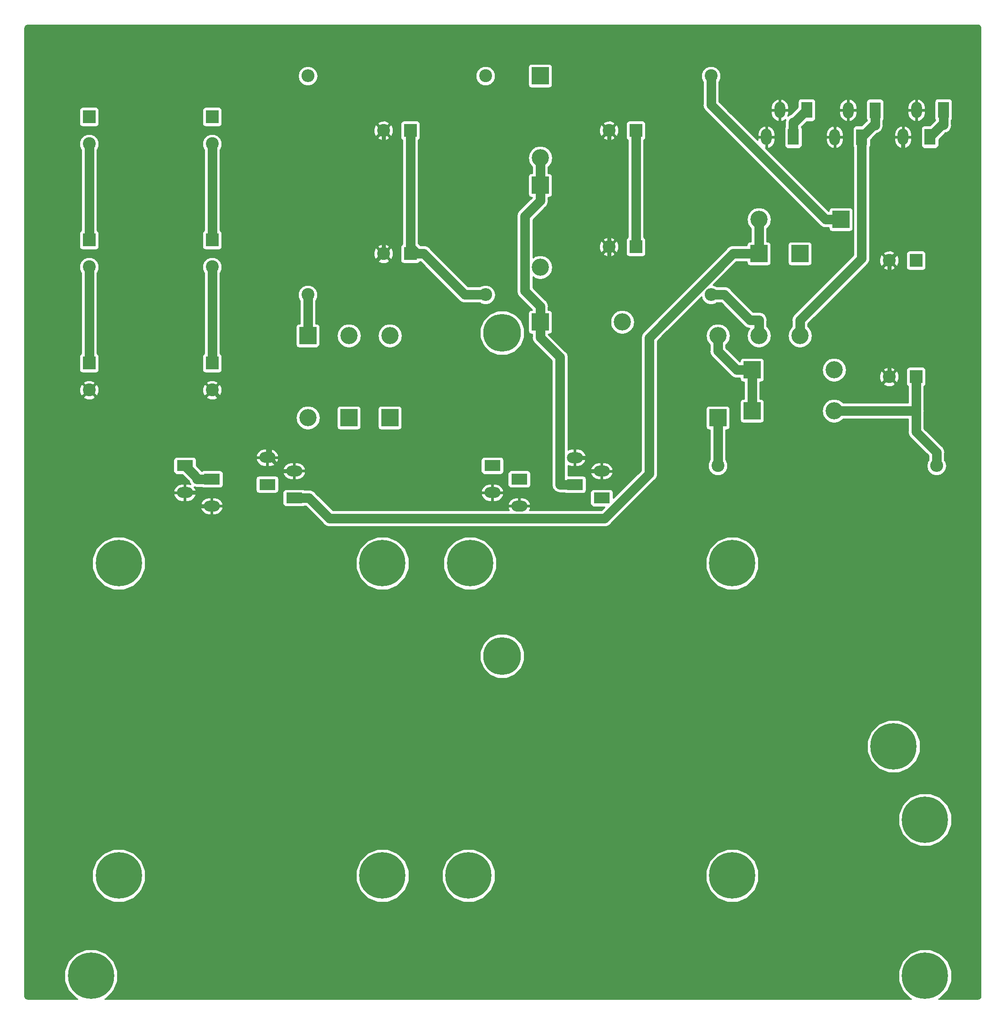
<source format=gbr>
G04 #@! TF.GenerationSoftware,KiCad,Pcbnew,(5.0.2)-1*
G04 #@! TF.CreationDate,2020-01-14T22:42:55+01:00*
G04 #@! TF.ProjectId,WW-Board-Master V2,57572d42-6f61-4726-942d-4d6173746572,rev?*
G04 #@! TF.SameCoordinates,Original*
G04 #@! TF.FileFunction,Copper,L1,Top*
G04 #@! TF.FilePolarity,Positive*
%FSLAX46Y46*%
G04 Gerber Fmt 4.6, Leading zero omitted, Abs format (unit mm)*
G04 Created by KiCad (PCBNEW (5.0.2)-1) date 14.01.2020 22:42:55*
%MOMM*%
%LPD*%
G01*
G04 APERTURE LIST*
G04 #@! TA.AperFunction,ComponentPad*
%ADD10C,0.900000*%
G04 #@! TD*
G04 #@! TA.AperFunction,ComponentPad*
%ADD11C,8.600000*%
G04 #@! TD*
G04 #@! TA.AperFunction,ComponentPad*
%ADD12C,7.000000*%
G04 #@! TD*
G04 #@! TA.AperFunction,ComponentPad*
%ADD13C,0.800000*%
G04 #@! TD*
G04 #@! TA.AperFunction,ComponentPad*
%ADD14C,2.400000*%
G04 #@! TD*
G04 #@! TA.AperFunction,ComponentPad*
%ADD15R,2.400000X2.400000*%
G04 #@! TD*
G04 #@! TA.AperFunction,ComponentPad*
%ADD16O,3.200000X3.200000*%
G04 #@! TD*
G04 #@! TA.AperFunction,ComponentPad*
%ADD17R,3.200000X3.200000*%
G04 #@! TD*
G04 #@! TA.AperFunction,ComponentPad*
%ADD18R,3.000000X2.000000*%
G04 #@! TD*
G04 #@! TA.AperFunction,ComponentPad*
%ADD19O,3.000000X2.000000*%
G04 #@! TD*
G04 #@! TA.AperFunction,ComponentPad*
%ADD20R,2.000000X3.000000*%
G04 #@! TD*
G04 #@! TA.AperFunction,ComponentPad*
%ADD21O,2.000000X3.000000*%
G04 #@! TD*
G04 #@! TA.AperFunction,ComponentPad*
%ADD22O,2.400000X2.400000*%
G04 #@! TD*
G04 #@! TA.AperFunction,Conductor*
%ADD23C,1.750000*%
G04 #@! TD*
G04 #@! TA.AperFunction,Conductor*
%ADD24C,0.750000*%
G04 #@! TD*
G04 #@! TA.AperFunction,Conductor*
%ADD25C,0.254000*%
G04 #@! TD*
G04 APERTURE END LIST*
D10*
G04 #@! TO.P,REF_09_1,1*
G04 #@! TO.N,N/C*
X29280419Y-187719581D03*
X27000000Y-186775000D03*
X24719581Y-187719581D03*
X23775000Y-190000000D03*
X24719581Y-192280419D03*
X27000000Y-193225000D03*
X29280419Y-192280419D03*
X30225000Y-190000000D03*
D11*
X27000000Y-190000000D03*
G04 #@! TD*
G04 #@! TO.P,REF_09_3,1*
G04 #@! TO.N,N/C*
X182000000Y-161000000D03*
D10*
X185225000Y-161000000D03*
X184280419Y-163280419D03*
X182000000Y-164225000D03*
X179719581Y-163280419D03*
X178775000Y-161000000D03*
X179719581Y-158719581D03*
X182000000Y-157775000D03*
X184280419Y-158719581D03*
G04 #@! TD*
D11*
G04 #@! TO.P,REF_09_2,1*
G04 #@! TO.N,N/C*
X182000000Y-190000000D03*
D10*
X185225000Y-190000000D03*
X184280419Y-192280419D03*
X182000000Y-193225000D03*
X179719581Y-192280419D03*
X178775000Y-190000000D03*
X179719581Y-187719581D03*
X182000000Y-186775000D03*
X184280419Y-187719581D03*
G04 #@! TD*
D12*
G04 #@! TO.P,REF_S2,1*
G04 #@! TO.N,N/C*
X103420000Y-130600000D03*
D13*
X106045000Y-130600000D03*
X105276155Y-132456155D03*
X103420000Y-133225000D03*
X101563845Y-132456155D03*
X100795000Y-130600000D03*
X101563845Y-128743845D03*
X103420000Y-127975000D03*
X105276155Y-128743845D03*
G04 #@! TD*
D12*
G04 #@! TO.P,REF_S1,1*
G04 #@! TO.N,N/C*
X103420000Y-70600000D03*
D13*
X106045000Y-70600000D03*
X105276155Y-72456155D03*
X103420000Y-73225000D03*
X101563845Y-72456155D03*
X100795000Y-70600000D03*
X101563845Y-68743845D03*
X103420000Y-67975000D03*
X105276155Y-68743845D03*
G04 #@! TD*
D10*
G04 #@! TO.P,REF05,1*
G04 #@! TO.N,N/C*
X178455419Y-145099581D03*
X176175000Y-144155000D03*
X173894581Y-145099581D03*
X172950000Y-147380000D03*
X173894581Y-149660419D03*
X176175000Y-150605000D03*
X178455419Y-149660419D03*
X179400000Y-147380000D03*
D11*
X176175000Y-147380000D03*
G04 #@! TD*
D10*
G04 #@! TO.P,REF_04,1*
G04 #@! TO.N,N/C*
X148455419Y-111099581D03*
X146175000Y-110155000D03*
X143894581Y-111099581D03*
X142950000Y-113380000D03*
X143894581Y-115660419D03*
X146175000Y-116605000D03*
X148455419Y-115660419D03*
X149400000Y-113380000D03*
D11*
X146175000Y-113380000D03*
G04 #@! TD*
D10*
G04 #@! TO.P,REF_09_4,1*
G04 #@! TO.N,N/C*
X148455419Y-169099581D03*
X146175000Y-168155000D03*
X143894581Y-169099581D03*
X142950000Y-171380000D03*
X143894581Y-173660419D03*
X146175000Y-174605000D03*
X148455419Y-173660419D03*
X149400000Y-171380000D03*
D11*
X146175000Y-171380000D03*
G04 #@! TD*
D10*
G04 #@! TO.P,REF_08,1*
G04 #@! TO.N,N/C*
X99455419Y-169099581D03*
X97175000Y-168155000D03*
X94894581Y-169099581D03*
X93950000Y-171380000D03*
X94894581Y-173660419D03*
X97175000Y-174605000D03*
X99455419Y-173660419D03*
X100400000Y-171380000D03*
D11*
X97175000Y-171380000D03*
G04 #@! TD*
D10*
G04 #@! TO.P,REF_03,1*
G04 #@! TO.N,N/C*
X99735419Y-111099581D03*
X97455000Y-110155000D03*
X95174581Y-111099581D03*
X94230000Y-113380000D03*
X95174581Y-115660419D03*
X97455000Y-116605000D03*
X99735419Y-115660419D03*
X100680000Y-113380000D03*
D11*
X97455000Y-113380000D03*
G04 #@! TD*
G04 #@! TO.P,REF_01,1*
G04 #@! TO.N,N/C*
X32175000Y-113380000D03*
D10*
X35400000Y-113380000D03*
X34455419Y-115660419D03*
X32175000Y-116605000D03*
X29894581Y-115660419D03*
X28950000Y-113380000D03*
X29894581Y-111099581D03*
X32175000Y-110155000D03*
X34455419Y-111099581D03*
G04 #@! TD*
D11*
G04 #@! TO.P,REF_02,1*
G04 #@! TO.N,N/C*
X81175000Y-113380000D03*
D10*
X84400000Y-113380000D03*
X83455419Y-115660419D03*
X81175000Y-116605000D03*
X78894581Y-115660419D03*
X77950000Y-113380000D03*
X78894581Y-111099581D03*
X81175000Y-110155000D03*
X83455419Y-111099581D03*
G04 #@! TD*
D11*
G04 #@! TO.P,REF_07,1*
G04 #@! TO.N,N/C*
X81175000Y-171380000D03*
D10*
X84400000Y-171380000D03*
X83455419Y-173660419D03*
X81175000Y-174605000D03*
X78894581Y-173660419D03*
X77950000Y-171380000D03*
X78894581Y-169099581D03*
X81175000Y-168155000D03*
X83455419Y-169099581D03*
G04 #@! TD*
G04 #@! TO.P,REF_06,1*
G04 #@! TO.N,N/C*
X34455419Y-169099581D03*
X32175000Y-168155000D03*
X29894581Y-169099581D03*
X28950000Y-171380000D03*
X29894581Y-173660419D03*
X32175000Y-174605000D03*
X34455419Y-173660419D03*
X35400000Y-171380000D03*
D11*
X32175000Y-171380000D03*
G04 #@! TD*
D14*
G04 #@! TO.P,C7,2*
G04 #@! TO.N,GND*
X81360000Y-33020000D03*
D15*
G04 #@! TO.P,C7,1*
G04 #@! TO.N,Net-(C7-Pad1)*
X86360000Y-33020000D03*
G04 #@! TD*
G04 #@! TO.P,C8,1*
G04 #@! TO.N,Net-(C7-Pad1)*
X86360000Y-55880000D03*
D14*
G04 #@! TO.P,C8,2*
G04 #@! TO.N,GND*
X81360000Y-55880000D03*
G04 #@! TD*
G04 #@! TO.P,C9,2*
G04 #@! TO.N,GND*
X123270000Y-33020000D03*
D15*
G04 #@! TO.P,C9,1*
G04 #@! TO.N,Net-(C10-Pad1)*
X128270000Y-33020000D03*
G04 #@! TD*
G04 #@! TO.P,C10,1*
G04 #@! TO.N,Net-(C10-Pad1)*
X128270000Y-54610000D03*
D14*
G04 #@! TO.P,C10,2*
G04 #@! TO.N,GND*
X123270000Y-54610000D03*
G04 #@! TD*
G04 #@! TO.P,C11,2*
G04 #@! TO.N,GND*
X175340000Y-57150000D03*
D15*
G04 #@! TO.P,C11,1*
G04 #@! TO.N,Net-(C11-Pad1)*
X180340000Y-57150000D03*
G04 #@! TD*
G04 #@! TO.P,C12,1*
G04 #@! TO.N,Net-(C11-Pad1)*
X180340000Y-78740000D03*
D14*
G04 #@! TO.P,C12,2*
G04 #@! TO.N,GND*
X175340000Y-78740000D03*
G04 #@! TD*
D16*
G04 #@! TO.P,D1,2*
G04 #@! TO.N,Net-(D1-Pad2)*
X82550000Y-71120000D03*
D17*
G04 #@! TO.P,D1,1*
G04 #@! TO.N,Net-(D1-Pad1)*
X82550000Y-86360000D03*
G04 #@! TD*
G04 #@! TO.P,D2,1*
G04 #@! TO.N,Net-(D1-Pad1)*
X74930000Y-86360000D03*
D16*
G04 #@! TO.P,D2,2*
G04 #@! TO.N,Net-(C1-Pad1)*
X74930000Y-71120000D03*
G04 #@! TD*
G04 #@! TO.P,D3,2*
G04 #@! TO.N,Net-(D1-Pad1)*
X67310000Y-86360000D03*
D17*
G04 #@! TO.P,D3,1*
G04 #@! TO.N,Net-(D3-Pad1)*
X67310000Y-71120000D03*
G04 #@! TD*
G04 #@! TO.P,D4,1*
G04 #@! TO.N,Net-(D4-Pad1)*
X110490000Y-68580000D03*
D16*
G04 #@! TO.P,D4,2*
G04 #@! TO.N,Net-(D4-Pad2)*
X125730000Y-68580000D03*
G04 #@! TD*
G04 #@! TO.P,D5,2*
G04 #@! TO.N,Net-(C7-Pad1)*
X110490000Y-58420000D03*
D17*
G04 #@! TO.P,D5,1*
G04 #@! TO.N,Net-(D4-Pad1)*
X110490000Y-43180000D03*
G04 #@! TD*
G04 #@! TO.P,D6,1*
G04 #@! TO.N,Net-(D6-Pad1)*
X110490000Y-22860000D03*
D16*
G04 #@! TO.P,D6,2*
G04 #@! TO.N,Net-(D4-Pad1)*
X110490000Y-38100000D03*
G04 #@! TD*
D17*
G04 #@! TO.P,D7,1*
G04 #@! TO.N,Net-(D7-Pad1)*
X158750000Y-55880000D03*
D16*
G04 #@! TO.P,D7,2*
G04 #@! TO.N,Net-(D4-Pad2)*
X158750000Y-71120000D03*
G04 #@! TD*
D17*
G04 #@! TO.P,D8,1*
G04 #@! TO.N,Net-(D7-Pad1)*
X151130000Y-55880000D03*
D16*
G04 #@! TO.P,D8,2*
G04 #@! TO.N,Net-(C10-Pad1)*
X151130000Y-71120000D03*
G04 #@! TD*
G04 #@! TO.P,D9,2*
G04 #@! TO.N,Net-(D7-Pad1)*
X151130000Y-49530000D03*
D17*
G04 #@! TO.P,D9,1*
G04 #@! TO.N,Net-(D9-Pad1)*
X166370000Y-49530000D03*
G04 #@! TD*
D16*
G04 #@! TO.P,D10,2*
G04 #@! TO.N,Net-(D10-Pad2)*
X165100000Y-77470000D03*
D17*
G04 #@! TO.P,D10,1*
G04 #@! TO.N,Net-(D10-Pad1)*
X149860000Y-77470000D03*
G04 #@! TD*
G04 #@! TO.P,D11,1*
G04 #@! TO.N,Net-(D10-Pad1)*
X149860000Y-85090000D03*
D16*
G04 #@! TO.P,D11,2*
G04 #@! TO.N,Net-(C11-Pad1)*
X165100000Y-85090000D03*
G04 #@! TD*
G04 #@! TO.P,D12,2*
G04 #@! TO.N,Net-(D10-Pad1)*
X143510000Y-71120000D03*
D17*
G04 #@! TO.P,D12,1*
G04 #@! TO.N,Net-(D12-Pad1)*
X143510000Y-86360000D03*
G04 #@! TD*
D18*
G04 #@! TO.P,J10,1*
G04 #@! TO.N,Net-(D10-Pad1)*
X44450000Y-95250000D03*
X49450000Y-97750000D03*
D19*
G04 #@! TO.P,J10,2*
G04 #@! TO.N,GND*
X44450000Y-100250000D03*
X49450000Y-102750000D03*
G04 #@! TD*
D18*
G04 #@! TO.P,J20,1*
G04 #@! TO.N,Net-(D7-Pad1)*
X64770000Y-101244000D03*
X59770000Y-98744000D03*
D19*
G04 #@! TO.P,J20,2*
G04 #@! TO.N,GND*
X64770000Y-96244000D03*
X59770000Y-93744000D03*
G04 #@! TD*
D18*
G04 #@! TO.P,J21,1*
G04 #@! TO.N,Net-(D4-Pad1)*
X121920000Y-101257000D03*
X116920000Y-98757000D03*
D19*
G04 #@! TO.P,J21,2*
G04 #@! TO.N,GND*
X121920000Y-96257000D03*
X116920000Y-93757000D03*
G04 #@! TD*
G04 #@! TO.P,J22,2*
G04 #@! TO.N,GND*
X106600000Y-102750000D03*
X101600000Y-100250000D03*
D18*
G04 #@! TO.P,J22,1*
G04 #@! TO.N,Net-(D1-Pad1)*
X106600000Y-97750000D03*
X101600000Y-95250000D03*
G04 #@! TD*
D20*
G04 #@! TO.P,J30,1*
G04 #@! TO.N,Net-(D1-Pad2)*
X160020000Y-29210000D03*
X157520000Y-34210000D03*
D21*
G04 #@! TO.P,J30,2*
G04 #@! TO.N,GND*
X155020000Y-29210000D03*
X152520000Y-34210000D03*
G04 #@! TD*
G04 #@! TO.P,J31,2*
G04 #@! TO.N,GND*
X165220000Y-34252500D03*
X167720000Y-29252500D03*
D20*
G04 #@! TO.P,J31,1*
G04 #@! TO.N,Net-(D4-Pad2)*
X170220000Y-34252500D03*
X172720000Y-29252500D03*
G04 #@! TD*
D21*
G04 #@! TO.P,J32,2*
G04 #@! TO.N,GND*
X177920000Y-34210000D03*
X180420000Y-29210000D03*
D20*
G04 #@! TO.P,J32,1*
G04 #@! TO.N,Net-(D10-Pad2)*
X182920000Y-34210000D03*
X185420000Y-29210000D03*
G04 #@! TD*
D22*
G04 #@! TO.P,R1,2*
G04 #@! TO.N,Net-(C1-Pad1)*
X67310000Y-22860000D03*
D14*
G04 #@! TO.P,R1,1*
G04 #@! TO.N,Net-(D3-Pad1)*
X67310000Y-63500000D03*
G04 #@! TD*
G04 #@! TO.P,R2,1*
G04 #@! TO.N,Net-(D6-Pad1)*
X100330000Y-22860000D03*
D22*
G04 #@! TO.P,R2,2*
G04 #@! TO.N,Net-(C7-Pad1)*
X100330000Y-63500000D03*
G04 #@! TD*
G04 #@! TO.P,R3,2*
G04 #@! TO.N,Net-(C10-Pad1)*
X142240000Y-63500000D03*
D14*
G04 #@! TO.P,R3,1*
G04 #@! TO.N,Net-(D9-Pad1)*
X142240000Y-22860000D03*
G04 #@! TD*
G04 #@! TO.P,R4,1*
G04 #@! TO.N,Net-(D12-Pad1)*
X143510000Y-95250000D03*
D22*
G04 #@! TO.P,R4,2*
G04 #@! TO.N,Net-(C11-Pad1)*
X184150000Y-95250000D03*
G04 #@! TD*
D15*
G04 #@! TO.P,C2,1*
G04 #@! TO.N,Net-(C1-Pad1)*
X49530000Y-30480000D03*
D14*
G04 #@! TO.P,C2,2*
G04 #@! TO.N,Net-(C2-Pad2)*
X49530000Y-35480000D03*
G04 #@! TD*
D15*
G04 #@! TO.P,C3,1*
G04 #@! TO.N,Net-(C1-Pad2)*
X26670000Y-53340000D03*
D14*
G04 #@! TO.P,C3,2*
G04 #@! TO.N,Net-(C3-Pad2)*
X26670000Y-58340000D03*
G04 #@! TD*
D15*
G04 #@! TO.P,C4,1*
G04 #@! TO.N,Net-(C2-Pad2)*
X49530000Y-53340000D03*
D14*
G04 #@! TO.P,C4,2*
G04 #@! TO.N,Net-(C4-Pad2)*
X49530000Y-58340000D03*
G04 #@! TD*
G04 #@! TO.P,C5,2*
G04 #@! TO.N,GND*
X26670000Y-81200000D03*
D15*
G04 #@! TO.P,C5,1*
G04 #@! TO.N,Net-(C3-Pad2)*
X26670000Y-76200000D03*
G04 #@! TD*
D14*
G04 #@! TO.P,C6,2*
G04 #@! TO.N,GND*
X49530000Y-81200000D03*
D15*
G04 #@! TO.P,C6,1*
G04 #@! TO.N,Net-(C4-Pad2)*
X49530000Y-76200000D03*
G04 #@! TD*
G04 #@! TO.P,C1,1*
G04 #@! TO.N,Net-(C1-Pad1)*
X26670000Y-30480000D03*
D14*
G04 #@! TO.P,C1,2*
G04 #@! TO.N,Net-(C1-Pad2)*
X26670000Y-35480000D03*
G04 #@! TD*
D23*
G04 #@! TO.N,Net-(C1-Pad2)*
X26670000Y-35480000D02*
X26670000Y-53340000D01*
G04 #@! TO.N,Net-(D1-Pad2)*
X157520000Y-34210000D02*
X157520000Y-31434700D01*
X157520000Y-31434700D02*
X157795300Y-31434700D01*
X157795300Y-31434700D02*
X160020000Y-29210000D01*
G04 #@! TO.N,Net-(D4-Pad2)*
X170220000Y-34252500D02*
X170220000Y-56774700D01*
X170220000Y-56774700D02*
X158750000Y-68244700D01*
X172720000Y-32027800D02*
X172444700Y-32027800D01*
X172444700Y-32027800D02*
X170220000Y-34252500D01*
X158750000Y-71120000D02*
X158750000Y-68244700D01*
X172720000Y-29252500D02*
X172720000Y-32027800D01*
G04 #@! TO.N,Net-(C2-Pad2)*
X49530000Y-53340000D02*
X49530000Y-35480000D01*
G04 #@! TO.N,Net-(C3-Pad2)*
X26670000Y-76200000D02*
X26670000Y-58340000D01*
G04 #@! TO.N,Net-(C4-Pad2)*
X49530000Y-76200000D02*
X49530000Y-58340000D01*
D24*
G04 #@! TO.N,GND*
X64770000Y-96244000D02*
X62520000Y-96244000D01*
X60193700Y-93744000D02*
X62520000Y-96070300D01*
X62520000Y-96070300D02*
X62520000Y-96244000D01*
X59981900Y-93744000D02*
X60193700Y-93744000D01*
X59770000Y-93744000D02*
X59981900Y-93744000D01*
X175340000Y-57150000D02*
X175340000Y-78740000D01*
X177920000Y-34210000D02*
X177920000Y-54570000D01*
X177920000Y-54570000D02*
X175340000Y-57150000D01*
X60193700Y-82602900D02*
X60193700Y-93744000D01*
X60193700Y-82602900D02*
X50932900Y-82602900D01*
X50932900Y-82602900D02*
X49530000Y-81200000D01*
X81360000Y-55880000D02*
X71676600Y-65563400D01*
X71676600Y-65563400D02*
X71676600Y-71120000D01*
X71676600Y-71120000D02*
X60193700Y-82602900D01*
X123270000Y-54610000D02*
X123270000Y-89657000D01*
X123270000Y-89657000D02*
X119170000Y-93757000D01*
X123270000Y-33020000D02*
X123270000Y-54610000D01*
X116920000Y-93757000D02*
X119170000Y-93757000D01*
X121920000Y-96257000D02*
X119670000Y-96257000D01*
X119170000Y-93757000D02*
X119170000Y-95757000D01*
X119170000Y-95757000D02*
X119670000Y-96257000D01*
X81360000Y-55880000D02*
X81360000Y-33020000D01*
X49450000Y-102750000D02*
X47200000Y-102750000D01*
X44450000Y-100250000D02*
X46700000Y-100250000D01*
X47200000Y-102750000D02*
X47200000Y-100750000D01*
X47200000Y-100750000D02*
X46700000Y-100250000D01*
D23*
G04 #@! TO.N,Net-(C7-Pad1)*
X87597700Y-55880000D02*
X86360000Y-54642300D01*
X86360000Y-54642300D02*
X86360000Y-33020000D01*
X87597700Y-55880000D02*
X88835300Y-55880000D01*
X86360000Y-55880000D02*
X87597700Y-55880000D01*
X100330000Y-63500000D02*
X96455300Y-63500000D01*
X96455300Y-63500000D02*
X88835300Y-55880000D01*
G04 #@! TO.N,Net-(C10-Pad1)*
X128270000Y-54610000D02*
X128270000Y-33020000D01*
X151130000Y-71120000D02*
X151130000Y-68244700D01*
X142240000Y-63500000D02*
X144715300Y-63500000D01*
X144715300Y-63500000D02*
X149460000Y-68244700D01*
X149460000Y-68244700D02*
X151130000Y-68244700D01*
G04 #@! TO.N,Net-(C11-Pad1)*
X180340000Y-85090000D02*
X180340000Y-78740000D01*
X184150000Y-92774700D02*
X180340000Y-88964700D01*
X180340000Y-88964700D02*
X180340000Y-85090000D01*
X180340000Y-85090000D02*
X167975300Y-85090000D01*
X165100000Y-85090000D02*
X167975300Y-85090000D01*
X184150000Y-95250000D02*
X184150000Y-92774700D01*
G04 #@! TO.N,Net-(D3-Pad1)*
X67310000Y-63500000D02*
X67310000Y-71120000D01*
G04 #@! TO.N,Net-(D4-Pad1)*
X110490000Y-43180000D02*
X110490000Y-46055300D01*
X110490000Y-46055300D02*
X107614700Y-48930600D01*
X107614700Y-48930600D02*
X107614700Y-62829400D01*
X107614700Y-62829400D02*
X110490000Y-65704700D01*
X110490000Y-38100000D02*
X110490000Y-43180000D01*
X110490000Y-68580000D02*
X110490000Y-65704700D01*
X110490000Y-68580000D02*
X110490000Y-71455300D01*
X116920000Y-98757000D02*
X114144700Y-98757000D01*
X114144700Y-98757000D02*
X114144700Y-75110000D01*
X114144700Y-75110000D02*
X110490000Y-71455300D01*
G04 #@! TO.N,Net-(D7-Pad1)*
X151130000Y-55880000D02*
X146340400Y-55880000D01*
X146340400Y-55880000D02*
X130739600Y-71480800D01*
X130739600Y-71480800D02*
X130739600Y-96745600D01*
X130739600Y-96745600D02*
X122451300Y-105033900D01*
X122451300Y-105033900D02*
X71335200Y-105033900D01*
X71335200Y-105033900D02*
X67545300Y-101244000D01*
X64770000Y-101244000D02*
X67545300Y-101244000D01*
X151130000Y-55880000D02*
X151130000Y-49530000D01*
G04 #@! TO.N,Net-(D9-Pad1)*
X166370000Y-49530000D02*
X163494700Y-49530000D01*
X142240000Y-22860000D02*
X142240000Y-28275300D01*
X142240000Y-28275300D02*
X163494700Y-49530000D01*
G04 #@! TO.N,Net-(D10-Pad2)*
X185420000Y-31985300D02*
X185144700Y-31985300D01*
X185144700Y-31985300D02*
X182920000Y-34210000D01*
X185420000Y-29210000D02*
X185420000Y-31985300D01*
G04 #@! TO.N,Net-(D10-Pad1)*
X49450000Y-97750000D02*
X46674700Y-97750000D01*
X46674700Y-97750000D02*
X46674700Y-97474700D01*
X46674700Y-97474700D02*
X44450000Y-95250000D01*
X143510000Y-71120000D02*
X143510000Y-73995300D01*
X149860000Y-77470000D02*
X146984700Y-77470000D01*
X146984700Y-77470000D02*
X143510000Y-73995300D01*
X149860000Y-85090000D02*
X149860000Y-77470000D01*
G04 #@! TO.N,Net-(D12-Pad1)*
X143510000Y-95250000D02*
X143510000Y-86360000D01*
G04 #@! TD*
D25*
G04 #@! TO.N,GND*
G36*
X191957787Y-13454065D02*
X192122920Y-13549405D01*
X192245488Y-13695477D01*
X192321555Y-13904465D01*
X192330000Y-14000996D01*
X192330001Y-193667875D01*
X192285935Y-193917787D01*
X192190596Y-194082919D01*
X192044524Y-194205488D01*
X191835532Y-194281555D01*
X191739004Y-194290000D01*
X184538800Y-194290000D01*
X184795453Y-194183691D01*
X186183691Y-192795453D01*
X186935000Y-190981632D01*
X186935000Y-189018368D01*
X186183691Y-187204547D01*
X184795453Y-185816309D01*
X182981632Y-185065000D01*
X181018368Y-185065000D01*
X179204547Y-185816309D01*
X177816309Y-187204547D01*
X177065000Y-189018368D01*
X177065000Y-190981632D01*
X177816309Y-192795453D01*
X179204547Y-194183691D01*
X179461200Y-194290000D01*
X29538800Y-194290000D01*
X29795453Y-194183691D01*
X31183691Y-192795453D01*
X31935000Y-190981632D01*
X31935000Y-189018368D01*
X31183691Y-187204547D01*
X29795453Y-185816309D01*
X27981632Y-185065000D01*
X26018368Y-185065000D01*
X24204547Y-185816309D01*
X22816309Y-187204547D01*
X22065000Y-189018368D01*
X22065000Y-190981632D01*
X22816309Y-192795453D01*
X24204547Y-194183691D01*
X24461200Y-194290000D01*
X15302119Y-194290000D01*
X15052213Y-194245935D01*
X14887081Y-194150596D01*
X14764512Y-194004524D01*
X14688445Y-193795532D01*
X14680000Y-193699004D01*
X14680000Y-170398368D01*
X27240000Y-170398368D01*
X27240000Y-172361632D01*
X27991309Y-174175453D01*
X29379547Y-175563691D01*
X31193368Y-176315000D01*
X33156632Y-176315000D01*
X34970453Y-175563691D01*
X36358691Y-174175453D01*
X37110000Y-172361632D01*
X37110000Y-170398368D01*
X76240000Y-170398368D01*
X76240000Y-172361632D01*
X76991309Y-174175453D01*
X78379547Y-175563691D01*
X80193368Y-176315000D01*
X82156632Y-176315000D01*
X83970453Y-175563691D01*
X85358691Y-174175453D01*
X86110000Y-172361632D01*
X86110000Y-170398368D01*
X92240000Y-170398368D01*
X92240000Y-172361632D01*
X92991309Y-174175453D01*
X94379547Y-175563691D01*
X96193368Y-176315000D01*
X98156632Y-176315000D01*
X99970453Y-175563691D01*
X101358691Y-174175453D01*
X102110000Y-172361632D01*
X102110000Y-170398368D01*
X141240000Y-170398368D01*
X141240000Y-172361632D01*
X141991309Y-174175453D01*
X143379547Y-175563691D01*
X145193368Y-176315000D01*
X147156632Y-176315000D01*
X148970453Y-175563691D01*
X150358691Y-174175453D01*
X151110000Y-172361632D01*
X151110000Y-170398368D01*
X150358691Y-168584547D01*
X148970453Y-167196309D01*
X147156632Y-166445000D01*
X145193368Y-166445000D01*
X143379547Y-167196309D01*
X141991309Y-168584547D01*
X141240000Y-170398368D01*
X102110000Y-170398368D01*
X101358691Y-168584547D01*
X99970453Y-167196309D01*
X98156632Y-166445000D01*
X96193368Y-166445000D01*
X94379547Y-167196309D01*
X92991309Y-168584547D01*
X92240000Y-170398368D01*
X86110000Y-170398368D01*
X85358691Y-168584547D01*
X83970453Y-167196309D01*
X82156632Y-166445000D01*
X80193368Y-166445000D01*
X78379547Y-167196309D01*
X76991309Y-168584547D01*
X76240000Y-170398368D01*
X37110000Y-170398368D01*
X36358691Y-168584547D01*
X34970453Y-167196309D01*
X33156632Y-166445000D01*
X31193368Y-166445000D01*
X29379547Y-167196309D01*
X27991309Y-168584547D01*
X27240000Y-170398368D01*
X14680000Y-170398368D01*
X14680000Y-160018368D01*
X177065000Y-160018368D01*
X177065000Y-161981632D01*
X177816309Y-163795453D01*
X179204547Y-165183691D01*
X181018368Y-165935000D01*
X182981632Y-165935000D01*
X184795453Y-165183691D01*
X186183691Y-163795453D01*
X186935000Y-161981632D01*
X186935000Y-160018368D01*
X186183691Y-158204547D01*
X184795453Y-156816309D01*
X182981632Y-156065000D01*
X181018368Y-156065000D01*
X179204547Y-156816309D01*
X177816309Y-158204547D01*
X177065000Y-160018368D01*
X14680000Y-160018368D01*
X14680000Y-146398368D01*
X171240000Y-146398368D01*
X171240000Y-148361632D01*
X171991309Y-150175453D01*
X173379547Y-151563691D01*
X175193368Y-152315000D01*
X177156632Y-152315000D01*
X178970453Y-151563691D01*
X180358691Y-150175453D01*
X181110000Y-148361632D01*
X181110000Y-146398368D01*
X180358691Y-144584547D01*
X178970453Y-143196309D01*
X177156632Y-142445000D01*
X175193368Y-142445000D01*
X173379547Y-143196309D01*
X171991309Y-144584547D01*
X171240000Y-146398368D01*
X14680000Y-146398368D01*
X14680000Y-129777497D01*
X99285000Y-129777497D01*
X99285000Y-131422503D01*
X99914517Y-132942289D01*
X101077711Y-134105483D01*
X102597497Y-134735000D01*
X104242503Y-134735000D01*
X105762289Y-134105483D01*
X106925483Y-132942289D01*
X107555000Y-131422503D01*
X107555000Y-129777497D01*
X106925483Y-128257711D01*
X105762289Y-127094517D01*
X104242503Y-126465000D01*
X102597497Y-126465000D01*
X101077711Y-127094517D01*
X99914517Y-128257711D01*
X99285000Y-129777497D01*
X14680000Y-129777497D01*
X14680000Y-112398368D01*
X27240000Y-112398368D01*
X27240000Y-114361632D01*
X27991309Y-116175453D01*
X29379547Y-117563691D01*
X31193368Y-118315000D01*
X33156632Y-118315000D01*
X34970453Y-117563691D01*
X36358691Y-116175453D01*
X37110000Y-114361632D01*
X37110000Y-112398368D01*
X76240000Y-112398368D01*
X76240000Y-114361632D01*
X76991309Y-116175453D01*
X78379547Y-117563691D01*
X80193368Y-118315000D01*
X82156632Y-118315000D01*
X83970453Y-117563691D01*
X85358691Y-116175453D01*
X86110000Y-114361632D01*
X86110000Y-112398368D01*
X92520000Y-112398368D01*
X92520000Y-114361632D01*
X93271309Y-116175453D01*
X94659547Y-117563691D01*
X96473368Y-118315000D01*
X98436632Y-118315000D01*
X100250453Y-117563691D01*
X101638691Y-116175453D01*
X102390000Y-114361632D01*
X102390000Y-112398368D01*
X141240000Y-112398368D01*
X141240000Y-114361632D01*
X141991309Y-116175453D01*
X143379547Y-117563691D01*
X145193368Y-118315000D01*
X147156632Y-118315000D01*
X148970453Y-117563691D01*
X150358691Y-116175453D01*
X151110000Y-114361632D01*
X151110000Y-112398368D01*
X150358691Y-110584547D01*
X148970453Y-109196309D01*
X147156632Y-108445000D01*
X145193368Y-108445000D01*
X143379547Y-109196309D01*
X141991309Y-110584547D01*
X141240000Y-112398368D01*
X102390000Y-112398368D01*
X101638691Y-110584547D01*
X100250453Y-109196309D01*
X98436632Y-108445000D01*
X96473368Y-108445000D01*
X94659547Y-109196309D01*
X93271309Y-110584547D01*
X92520000Y-112398368D01*
X86110000Y-112398368D01*
X85358691Y-110584547D01*
X83970453Y-109196309D01*
X82156632Y-108445000D01*
X80193368Y-108445000D01*
X78379547Y-109196309D01*
X76991309Y-110584547D01*
X76240000Y-112398368D01*
X37110000Y-112398368D01*
X36358691Y-110584547D01*
X34970453Y-109196309D01*
X33156632Y-108445000D01*
X31193368Y-108445000D01*
X29379547Y-109196309D01*
X27991309Y-110584547D01*
X27240000Y-112398368D01*
X14680000Y-112398368D01*
X14680000Y-103130434D01*
X47359876Y-103130434D01*
X47390856Y-103258355D01*
X47704078Y-103816317D01*
X48206980Y-104211942D01*
X48823000Y-104385000D01*
X49323000Y-104385000D01*
X49323000Y-102877000D01*
X49577000Y-102877000D01*
X49577000Y-104385000D01*
X50077000Y-104385000D01*
X50693020Y-104211942D01*
X51195922Y-103816317D01*
X51509144Y-103258355D01*
X51540124Y-103130434D01*
X51420777Y-102877000D01*
X49577000Y-102877000D01*
X49323000Y-102877000D01*
X47479223Y-102877000D01*
X47359876Y-103130434D01*
X14680000Y-103130434D01*
X14680000Y-102369566D01*
X47359876Y-102369566D01*
X47479223Y-102623000D01*
X49323000Y-102623000D01*
X49323000Y-101115000D01*
X49577000Y-101115000D01*
X49577000Y-102623000D01*
X51420777Y-102623000D01*
X51540124Y-102369566D01*
X51509144Y-102241645D01*
X51195922Y-101683683D01*
X50693020Y-101288058D01*
X50077000Y-101115000D01*
X49577000Y-101115000D01*
X49323000Y-101115000D01*
X48823000Y-101115000D01*
X48206980Y-101288058D01*
X47704078Y-101683683D01*
X47390856Y-102241645D01*
X47359876Y-102369566D01*
X14680000Y-102369566D01*
X14680000Y-100630434D01*
X42359876Y-100630434D01*
X42390856Y-100758355D01*
X42704078Y-101316317D01*
X43206980Y-101711942D01*
X43823000Y-101885000D01*
X44323000Y-101885000D01*
X44323000Y-100377000D01*
X44577000Y-100377000D01*
X44577000Y-101885000D01*
X45077000Y-101885000D01*
X45693020Y-101711942D01*
X46195922Y-101316317D01*
X46509144Y-100758355D01*
X46540124Y-100630434D01*
X46420777Y-100377000D01*
X44577000Y-100377000D01*
X44323000Y-100377000D01*
X42479223Y-100377000D01*
X42359876Y-100630434D01*
X14680000Y-100630434D01*
X14680000Y-99869566D01*
X42359876Y-99869566D01*
X42479223Y-100123000D01*
X44323000Y-100123000D01*
X44323000Y-98615000D01*
X43823000Y-98615000D01*
X43206980Y-98788058D01*
X42704078Y-99183683D01*
X42390856Y-99741645D01*
X42359876Y-99869566D01*
X14680000Y-99869566D01*
X14680000Y-94250000D01*
X42302560Y-94250000D01*
X42302560Y-96250000D01*
X42351843Y-96497765D01*
X42492191Y-96707809D01*
X42702235Y-96848157D01*
X42950000Y-96897440D01*
X43961979Y-96897440D01*
X45214719Y-98150181D01*
X45252312Y-98339173D01*
X45402101Y-98563348D01*
X45519716Y-98739372D01*
X45077000Y-98615000D01*
X44577000Y-98615000D01*
X44577000Y-100123000D01*
X46420777Y-100123000D01*
X46540124Y-99869566D01*
X46509144Y-99741645D01*
X46202661Y-99195687D01*
X46674700Y-99289582D01*
X46823418Y-99260000D01*
X47570300Y-99260000D01*
X47702235Y-99348157D01*
X47950000Y-99397440D01*
X50950000Y-99397440D01*
X51197765Y-99348157D01*
X51407809Y-99207809D01*
X51548157Y-98997765D01*
X51597440Y-98750000D01*
X51597440Y-97744000D01*
X57622560Y-97744000D01*
X57622560Y-99744000D01*
X57671843Y-99991765D01*
X57812191Y-100201809D01*
X58022235Y-100342157D01*
X58270000Y-100391440D01*
X61270000Y-100391440D01*
X61517765Y-100342157D01*
X61664666Y-100244000D01*
X62622560Y-100244000D01*
X62622560Y-102244000D01*
X62671843Y-102491765D01*
X62812191Y-102701809D01*
X63022235Y-102842157D01*
X63270000Y-102891440D01*
X66270000Y-102891440D01*
X66517765Y-102842157D01*
X66649700Y-102754000D01*
X66919839Y-102754000D01*
X70162307Y-105996469D01*
X70246551Y-106122549D01*
X70746027Y-106456288D01*
X71186482Y-106543900D01*
X71335200Y-106573482D01*
X71483918Y-106543900D01*
X122302582Y-106543900D01*
X122451300Y-106573482D01*
X122600018Y-106543900D01*
X123040473Y-106456288D01*
X123539949Y-106122549D01*
X123624195Y-105996466D01*
X131702169Y-97918493D01*
X131828249Y-97834249D01*
X132161988Y-97334773D01*
X132249600Y-96894318D01*
X132249600Y-96894315D01*
X132279181Y-96745601D01*
X132249600Y-96596887D01*
X132249600Y-84760000D01*
X141262560Y-84760000D01*
X141262560Y-87960000D01*
X141311843Y-88207765D01*
X141452191Y-88417809D01*
X141662235Y-88558157D01*
X141910000Y-88607440D01*
X142000001Y-88607440D01*
X142000000Y-94164918D01*
X141954362Y-94210556D01*
X141675000Y-94884996D01*
X141675000Y-95615004D01*
X141954362Y-96289444D01*
X142470556Y-96805638D01*
X143144996Y-97085000D01*
X143875004Y-97085000D01*
X144549444Y-96805638D01*
X145065638Y-96289444D01*
X145345000Y-95615004D01*
X145345000Y-94884996D01*
X145065638Y-94210556D01*
X145020000Y-94164918D01*
X145020000Y-88607440D01*
X145110000Y-88607440D01*
X145357765Y-88558157D01*
X145567809Y-88417809D01*
X145708157Y-88207765D01*
X145757440Y-87960000D01*
X145757440Y-84760000D01*
X145708157Y-84512235D01*
X145567809Y-84302191D01*
X145357765Y-84161843D01*
X145110000Y-84112560D01*
X141910000Y-84112560D01*
X141662235Y-84161843D01*
X141452191Y-84302191D01*
X141311843Y-84512235D01*
X141262560Y-84760000D01*
X132249600Y-84760000D01*
X132249600Y-72106261D01*
X133235861Y-71120000D01*
X141231214Y-71120000D01*
X141404676Y-71992054D01*
X141898655Y-72731345D01*
X142000001Y-72799062D01*
X142000001Y-73846577D01*
X141970418Y-73995300D01*
X142087612Y-74584471D01*
X142087613Y-74584472D01*
X142087613Y-74584473D01*
X142421352Y-75083949D01*
X142547432Y-75168193D01*
X145811807Y-78432569D01*
X145896051Y-78558649D01*
X146395527Y-78892388D01*
X146835982Y-78980000D01*
X146984700Y-79009582D01*
X147133418Y-78980000D01*
X147612560Y-78980000D01*
X147612560Y-79070000D01*
X147661843Y-79317765D01*
X147802191Y-79527809D01*
X148012235Y-79668157D01*
X148260000Y-79717440D01*
X148350001Y-79717440D01*
X148350000Y-82842560D01*
X148260000Y-82842560D01*
X148012235Y-82891843D01*
X147802191Y-83032191D01*
X147661843Y-83242235D01*
X147612560Y-83490000D01*
X147612560Y-86690000D01*
X147661843Y-86937765D01*
X147802191Y-87147809D01*
X148012235Y-87288157D01*
X148260000Y-87337440D01*
X151460000Y-87337440D01*
X151707765Y-87288157D01*
X151917809Y-87147809D01*
X152058157Y-86937765D01*
X152107440Y-86690000D01*
X152107440Y-85090000D01*
X162821214Y-85090000D01*
X162994676Y-85962054D01*
X163488655Y-86701345D01*
X164227946Y-87195324D01*
X164879872Y-87325000D01*
X165320128Y-87325000D01*
X165972054Y-87195324D01*
X166711345Y-86701345D01*
X166779062Y-86600000D01*
X178830001Y-86600000D01*
X178830000Y-88815982D01*
X178800418Y-88964700D01*
X178830000Y-89113417D01*
X178917612Y-89553872D01*
X179251351Y-90053349D01*
X179377434Y-90137595D01*
X182640001Y-93400163D01*
X182640000Y-94206963D01*
X182421469Y-94534019D01*
X182279051Y-95250000D01*
X182421469Y-95965981D01*
X182827039Y-96572961D01*
X183434019Y-96978531D01*
X183969273Y-97085000D01*
X184330727Y-97085000D01*
X184865981Y-96978531D01*
X185472961Y-96572961D01*
X185878531Y-95965981D01*
X186020949Y-95250000D01*
X185878531Y-94534019D01*
X185660000Y-94206963D01*
X185660000Y-92923418D01*
X185689582Y-92774700D01*
X185572388Y-92185528D01*
X185572388Y-92185527D01*
X185238649Y-91686051D01*
X185112569Y-91601807D01*
X181850000Y-88339239D01*
X181850000Y-85238717D01*
X181879582Y-85090000D01*
X181850000Y-84941282D01*
X181850000Y-80496573D01*
X181997809Y-80397809D01*
X182138157Y-80187765D01*
X182187440Y-79940000D01*
X182187440Y-77540000D01*
X182138157Y-77292235D01*
X181997809Y-77082191D01*
X181787765Y-76941843D01*
X181540000Y-76892560D01*
X179140000Y-76892560D01*
X178892235Y-76941843D01*
X178682191Y-77082191D01*
X178541843Y-77292235D01*
X178492560Y-77540000D01*
X178492560Y-79940000D01*
X178541843Y-80187765D01*
X178682191Y-80397809D01*
X178830001Y-80496573D01*
X178830000Y-83580000D01*
X166779062Y-83580000D01*
X166711345Y-83478655D01*
X165972054Y-82984676D01*
X165320128Y-82855000D01*
X164879872Y-82855000D01*
X164227946Y-82984676D01*
X163488655Y-83478655D01*
X162994676Y-84217946D01*
X162821214Y-85090000D01*
X152107440Y-85090000D01*
X152107440Y-83490000D01*
X152058157Y-83242235D01*
X151917809Y-83032191D01*
X151707765Y-82891843D01*
X151460000Y-82842560D01*
X151370000Y-82842560D01*
X151370000Y-80037175D01*
X174222430Y-80037175D01*
X174345565Y-80324788D01*
X175027734Y-80584707D01*
X175757443Y-80563786D01*
X176334435Y-80324788D01*
X176457570Y-80037175D01*
X175340000Y-78919605D01*
X174222430Y-80037175D01*
X151370000Y-80037175D01*
X151370000Y-79717440D01*
X151460000Y-79717440D01*
X151707765Y-79668157D01*
X151917809Y-79527809D01*
X152058157Y-79317765D01*
X152107440Y-79070000D01*
X152107440Y-77470000D01*
X162821214Y-77470000D01*
X162994676Y-78342054D01*
X163488655Y-79081345D01*
X164227946Y-79575324D01*
X164879872Y-79705000D01*
X165320128Y-79705000D01*
X165972054Y-79575324D01*
X166711345Y-79081345D01*
X167148074Y-78427734D01*
X173495293Y-78427734D01*
X173516214Y-79157443D01*
X173755212Y-79734435D01*
X174042825Y-79857570D01*
X175160395Y-78740000D01*
X175519605Y-78740000D01*
X176637175Y-79857570D01*
X176924788Y-79734435D01*
X177184707Y-79052266D01*
X177163786Y-78322557D01*
X176924788Y-77745565D01*
X176637175Y-77622430D01*
X175519605Y-78740000D01*
X175160395Y-78740000D01*
X174042825Y-77622430D01*
X173755212Y-77745565D01*
X173495293Y-78427734D01*
X167148074Y-78427734D01*
X167205324Y-78342054D01*
X167378786Y-77470000D01*
X167373381Y-77442825D01*
X174222430Y-77442825D01*
X175340000Y-78560395D01*
X176457570Y-77442825D01*
X176334435Y-77155212D01*
X175652266Y-76895293D01*
X174922557Y-76916214D01*
X174345565Y-77155212D01*
X174222430Y-77442825D01*
X167373381Y-77442825D01*
X167205324Y-76597946D01*
X166711345Y-75858655D01*
X165972054Y-75364676D01*
X165320128Y-75235000D01*
X164879872Y-75235000D01*
X164227946Y-75364676D01*
X163488655Y-75858655D01*
X162994676Y-76597946D01*
X162821214Y-77470000D01*
X152107440Y-77470000D01*
X152107440Y-75870000D01*
X152058157Y-75622235D01*
X151917809Y-75412191D01*
X151707765Y-75271843D01*
X151460000Y-75222560D01*
X148260000Y-75222560D01*
X148012235Y-75271843D01*
X147802191Y-75412191D01*
X147661843Y-75622235D01*
X147612560Y-75870000D01*
X147612560Y-75960000D01*
X147610162Y-75960000D01*
X145020000Y-73369839D01*
X145020000Y-72799062D01*
X145121345Y-72731345D01*
X145615324Y-71992054D01*
X145788786Y-71120000D01*
X145615324Y-70247946D01*
X145121345Y-69508655D01*
X144382054Y-69014676D01*
X143730128Y-68885000D01*
X143289872Y-68885000D01*
X142637946Y-69014676D01*
X141898655Y-69508655D01*
X141404676Y-70247946D01*
X141231214Y-71120000D01*
X133235861Y-71120000D01*
X140449818Y-63906043D01*
X140511469Y-64215981D01*
X140917039Y-64822961D01*
X141524019Y-65228531D01*
X142059273Y-65335000D01*
X142420727Y-65335000D01*
X142955981Y-65228531D01*
X143283037Y-65010000D01*
X144089839Y-65010000D01*
X148287107Y-69207269D01*
X148371351Y-69333349D01*
X148870827Y-69667088D01*
X149349211Y-69762245D01*
X149024676Y-70247946D01*
X148851214Y-71120000D01*
X149024676Y-71992054D01*
X149518655Y-72731345D01*
X150257946Y-73225324D01*
X150909872Y-73355000D01*
X151350128Y-73355000D01*
X152002054Y-73225324D01*
X152741345Y-72731345D01*
X153235324Y-71992054D01*
X153408786Y-71120000D01*
X156471214Y-71120000D01*
X156644676Y-71992054D01*
X157138655Y-72731345D01*
X157877946Y-73225324D01*
X158529872Y-73355000D01*
X158970128Y-73355000D01*
X159622054Y-73225324D01*
X160361345Y-72731345D01*
X160855324Y-71992054D01*
X161028786Y-71120000D01*
X160855324Y-70247946D01*
X160361345Y-69508655D01*
X160260000Y-69440938D01*
X160260000Y-68870161D01*
X170682987Y-58447175D01*
X174222430Y-58447175D01*
X174345565Y-58734788D01*
X175027734Y-58994707D01*
X175757443Y-58973786D01*
X176334435Y-58734788D01*
X176457570Y-58447175D01*
X175340000Y-57329605D01*
X174222430Y-58447175D01*
X170682987Y-58447175D01*
X171182572Y-57947591D01*
X171308649Y-57863349D01*
X171399461Y-57727440D01*
X171519394Y-57547946D01*
X171642388Y-57363873D01*
X171730000Y-56923418D01*
X171747043Y-56837734D01*
X173495293Y-56837734D01*
X173516214Y-57567443D01*
X173755212Y-58144435D01*
X174042825Y-58267570D01*
X175160395Y-57150000D01*
X175519605Y-57150000D01*
X176637175Y-58267570D01*
X176924788Y-58144435D01*
X177184707Y-57462266D01*
X177163786Y-56732557D01*
X176924788Y-56155565D01*
X176637175Y-56032430D01*
X175519605Y-57150000D01*
X175160395Y-57150000D01*
X174042825Y-56032430D01*
X173755212Y-56155565D01*
X173495293Y-56837734D01*
X171747043Y-56837734D01*
X171759582Y-56774700D01*
X171730000Y-56625982D01*
X171730000Y-55852825D01*
X174222430Y-55852825D01*
X175340000Y-56970395D01*
X176360395Y-55950000D01*
X178492560Y-55950000D01*
X178492560Y-58350000D01*
X178541843Y-58597765D01*
X178682191Y-58807809D01*
X178892235Y-58948157D01*
X179140000Y-58997440D01*
X181540000Y-58997440D01*
X181787765Y-58948157D01*
X181997809Y-58807809D01*
X182138157Y-58597765D01*
X182187440Y-58350000D01*
X182187440Y-55950000D01*
X182138157Y-55702235D01*
X181997809Y-55492191D01*
X181787765Y-55351843D01*
X181540000Y-55302560D01*
X179140000Y-55302560D01*
X178892235Y-55351843D01*
X178682191Y-55492191D01*
X178541843Y-55702235D01*
X178492560Y-55950000D01*
X176360395Y-55950000D01*
X176457570Y-55852825D01*
X176334435Y-55565212D01*
X175652266Y-55305293D01*
X174922557Y-55326214D01*
X174345565Y-55565212D01*
X174222430Y-55852825D01*
X171730000Y-55852825D01*
X171730000Y-36132200D01*
X171818157Y-36000265D01*
X171867440Y-35752500D01*
X171867440Y-34740521D01*
X172270961Y-34337000D01*
X176285000Y-34337000D01*
X176285000Y-34837000D01*
X176458058Y-35453020D01*
X176853683Y-35955922D01*
X177411645Y-36269144D01*
X177539566Y-36300124D01*
X177793000Y-36180777D01*
X177793000Y-34337000D01*
X178047000Y-34337000D01*
X178047000Y-36180777D01*
X178300434Y-36300124D01*
X178428355Y-36269144D01*
X178986317Y-35955922D01*
X179381942Y-35453020D01*
X179555000Y-34837000D01*
X179555000Y-34337000D01*
X178047000Y-34337000D01*
X177793000Y-34337000D01*
X176285000Y-34337000D01*
X172270961Y-34337000D01*
X173024961Y-33583000D01*
X176285000Y-33583000D01*
X176285000Y-34083000D01*
X177793000Y-34083000D01*
X177793000Y-32239223D01*
X178047000Y-32239223D01*
X178047000Y-34083000D01*
X179555000Y-34083000D01*
X179555000Y-33583000D01*
X179381942Y-32966980D01*
X179179780Y-32710000D01*
X181272560Y-32710000D01*
X181272560Y-35710000D01*
X181321843Y-35957765D01*
X181462191Y-36167809D01*
X181672235Y-36308157D01*
X181920000Y-36357440D01*
X183920000Y-36357440D01*
X184167765Y-36308157D01*
X184377809Y-36167809D01*
X184518157Y-35957765D01*
X184567440Y-35710000D01*
X184567440Y-34698021D01*
X185820181Y-33445281D01*
X186009173Y-33407688D01*
X186508649Y-33073949D01*
X186842388Y-32574473D01*
X186959582Y-31985300D01*
X186930000Y-31836582D01*
X186930000Y-31089700D01*
X187018157Y-30957765D01*
X187067440Y-30710000D01*
X187067440Y-27710000D01*
X187018157Y-27462235D01*
X186877809Y-27252191D01*
X186667765Y-27111843D01*
X186420000Y-27062560D01*
X184420000Y-27062560D01*
X184172235Y-27111843D01*
X183962191Y-27252191D01*
X183821843Y-27462235D01*
X183772560Y-27710000D01*
X183772560Y-30710000D01*
X183821843Y-30957765D01*
X183907932Y-31086606D01*
X182931979Y-32062560D01*
X181920000Y-32062560D01*
X181672235Y-32111843D01*
X181462191Y-32252191D01*
X181321843Y-32462235D01*
X181272560Y-32710000D01*
X179179780Y-32710000D01*
X178986317Y-32464078D01*
X178428355Y-32150856D01*
X178300434Y-32119876D01*
X178047000Y-32239223D01*
X177793000Y-32239223D01*
X177539566Y-32119876D01*
X177411645Y-32150856D01*
X176853683Y-32464078D01*
X176458058Y-32966980D01*
X176285000Y-33583000D01*
X173024961Y-33583000D01*
X173120181Y-33487781D01*
X173309173Y-33450188D01*
X173808649Y-33116449D01*
X174142388Y-32616973D01*
X174230000Y-32176518D01*
X174259582Y-32027800D01*
X174230000Y-31879082D01*
X174230000Y-31132200D01*
X174318157Y-31000265D01*
X174367440Y-30752500D01*
X174367440Y-29337000D01*
X178785000Y-29337000D01*
X178785000Y-29837000D01*
X178958058Y-30453020D01*
X179353683Y-30955922D01*
X179911645Y-31269144D01*
X180039566Y-31300124D01*
X180293000Y-31180777D01*
X180293000Y-29337000D01*
X180547000Y-29337000D01*
X180547000Y-31180777D01*
X180800434Y-31300124D01*
X180928355Y-31269144D01*
X181486317Y-30955922D01*
X181881942Y-30453020D01*
X182055000Y-29837000D01*
X182055000Y-29337000D01*
X180547000Y-29337000D01*
X180293000Y-29337000D01*
X178785000Y-29337000D01*
X174367440Y-29337000D01*
X174367440Y-28583000D01*
X178785000Y-28583000D01*
X178785000Y-29083000D01*
X180293000Y-29083000D01*
X180293000Y-27239223D01*
X180547000Y-27239223D01*
X180547000Y-29083000D01*
X182055000Y-29083000D01*
X182055000Y-28583000D01*
X181881942Y-27966980D01*
X181486317Y-27464078D01*
X180928355Y-27150856D01*
X180800434Y-27119876D01*
X180547000Y-27239223D01*
X180293000Y-27239223D01*
X180039566Y-27119876D01*
X179911645Y-27150856D01*
X179353683Y-27464078D01*
X178958058Y-27966980D01*
X178785000Y-28583000D01*
X174367440Y-28583000D01*
X174367440Y-27752500D01*
X174318157Y-27504735D01*
X174177809Y-27294691D01*
X173967765Y-27154343D01*
X173720000Y-27105060D01*
X171720000Y-27105060D01*
X171472235Y-27154343D01*
X171262191Y-27294691D01*
X171121843Y-27504735D01*
X171072560Y-27752500D01*
X171072560Y-30752500D01*
X171121843Y-31000265D01*
X171207932Y-31129106D01*
X170231979Y-32105060D01*
X169220000Y-32105060D01*
X168972235Y-32154343D01*
X168762191Y-32294691D01*
X168621843Y-32504735D01*
X168572560Y-32752500D01*
X168572560Y-35752500D01*
X168621843Y-36000265D01*
X168710000Y-36132200D01*
X168710001Y-56149236D01*
X157787432Y-67071807D01*
X157661352Y-67156051D01*
X157505888Y-67388720D01*
X157327612Y-67655529D01*
X157210418Y-68244700D01*
X157240001Y-68393423D01*
X157240001Y-69440938D01*
X157138655Y-69508655D01*
X156644676Y-70247946D01*
X156471214Y-71120000D01*
X153408786Y-71120000D01*
X153235324Y-70247946D01*
X152741345Y-69508655D01*
X152640000Y-69440938D01*
X152640000Y-68393418D01*
X152669582Y-68244700D01*
X152552388Y-67655527D01*
X152218649Y-67156051D01*
X151719173Y-66822312D01*
X151278718Y-66734700D01*
X151130000Y-66705118D01*
X150981282Y-66734700D01*
X150085462Y-66734700D01*
X145888195Y-62537434D01*
X145803949Y-62411351D01*
X145304473Y-62077612D01*
X144864018Y-61990000D01*
X144715300Y-61960418D01*
X144566582Y-61990000D01*
X143283037Y-61990000D01*
X142955981Y-61771469D01*
X142646043Y-61709818D01*
X146965862Y-57390000D01*
X148882560Y-57390000D01*
X148882560Y-57480000D01*
X148931843Y-57727765D01*
X149072191Y-57937809D01*
X149282235Y-58078157D01*
X149530000Y-58127440D01*
X152730000Y-58127440D01*
X152977765Y-58078157D01*
X153187809Y-57937809D01*
X153328157Y-57727765D01*
X153377440Y-57480000D01*
X153377440Y-54280000D01*
X156502560Y-54280000D01*
X156502560Y-57480000D01*
X156551843Y-57727765D01*
X156692191Y-57937809D01*
X156902235Y-58078157D01*
X157150000Y-58127440D01*
X160350000Y-58127440D01*
X160597765Y-58078157D01*
X160807809Y-57937809D01*
X160948157Y-57727765D01*
X160997440Y-57480000D01*
X160997440Y-54280000D01*
X160948157Y-54032235D01*
X160807809Y-53822191D01*
X160597765Y-53681843D01*
X160350000Y-53632560D01*
X157150000Y-53632560D01*
X156902235Y-53681843D01*
X156692191Y-53822191D01*
X156551843Y-54032235D01*
X156502560Y-54280000D01*
X153377440Y-54280000D01*
X153328157Y-54032235D01*
X153187809Y-53822191D01*
X152977765Y-53681843D01*
X152730000Y-53632560D01*
X152640000Y-53632560D01*
X152640000Y-51209062D01*
X152741345Y-51141345D01*
X153235324Y-50402054D01*
X153408786Y-49530000D01*
X153235324Y-48657946D01*
X152741345Y-47918655D01*
X152002054Y-47424676D01*
X151350128Y-47295000D01*
X150909872Y-47295000D01*
X150257946Y-47424676D01*
X149518655Y-47918655D01*
X149024676Y-48657946D01*
X148851214Y-49530000D01*
X149024676Y-50402054D01*
X149518655Y-51141345D01*
X149620001Y-51209062D01*
X149620000Y-53632560D01*
X149530000Y-53632560D01*
X149282235Y-53681843D01*
X149072191Y-53822191D01*
X148931843Y-54032235D01*
X148882560Y-54280000D01*
X148882560Y-54370000D01*
X146489118Y-54370000D01*
X146340400Y-54340418D01*
X146191682Y-54370000D01*
X145751227Y-54457612D01*
X145251751Y-54791351D01*
X145167507Y-54917431D01*
X129777034Y-70307905D01*
X129650951Y-70392151D01*
X129317212Y-70891628D01*
X129317212Y-70891629D01*
X129200018Y-71480800D01*
X129229600Y-71629518D01*
X129229601Y-96120137D01*
X124067440Y-101282299D01*
X124067440Y-100257000D01*
X124018157Y-100009235D01*
X123877809Y-99799191D01*
X123667765Y-99658843D01*
X123420000Y-99609560D01*
X120420000Y-99609560D01*
X120172235Y-99658843D01*
X119962191Y-99799191D01*
X119821843Y-100009235D01*
X119772560Y-100257000D01*
X119772560Y-102257000D01*
X119821843Y-102504765D01*
X119962191Y-102714809D01*
X120172235Y-102855157D01*
X120420000Y-102904440D01*
X122445299Y-102904440D01*
X121825839Y-103523900D01*
X108510076Y-103523900D01*
X108659144Y-103258355D01*
X108690124Y-103130434D01*
X108570777Y-102877000D01*
X106727000Y-102877000D01*
X106727000Y-102897000D01*
X106473000Y-102897000D01*
X106473000Y-102877000D01*
X104629223Y-102877000D01*
X104509876Y-103130434D01*
X104540856Y-103258355D01*
X104689924Y-103523900D01*
X71960662Y-103523900D01*
X70806328Y-102369566D01*
X104509876Y-102369566D01*
X104629223Y-102623000D01*
X106473000Y-102623000D01*
X106473000Y-101115000D01*
X106727000Y-101115000D01*
X106727000Y-102623000D01*
X108570777Y-102623000D01*
X108690124Y-102369566D01*
X108659144Y-102241645D01*
X108345922Y-101683683D01*
X107843020Y-101288058D01*
X107227000Y-101115000D01*
X106727000Y-101115000D01*
X106473000Y-101115000D01*
X105973000Y-101115000D01*
X105356980Y-101288058D01*
X104854078Y-101683683D01*
X104540856Y-102241645D01*
X104509876Y-102369566D01*
X70806328Y-102369566D01*
X69067196Y-100630434D01*
X99509876Y-100630434D01*
X99540856Y-100758355D01*
X99854078Y-101316317D01*
X100356980Y-101711942D01*
X100973000Y-101885000D01*
X101473000Y-101885000D01*
X101473000Y-100377000D01*
X101727000Y-100377000D01*
X101727000Y-101885000D01*
X102227000Y-101885000D01*
X102843020Y-101711942D01*
X103345922Y-101316317D01*
X103659144Y-100758355D01*
X103690124Y-100630434D01*
X103570777Y-100377000D01*
X101727000Y-100377000D01*
X101473000Y-100377000D01*
X99629223Y-100377000D01*
X99509876Y-100630434D01*
X69067196Y-100630434D01*
X68718195Y-100281434D01*
X68633949Y-100155351D01*
X68206242Y-99869566D01*
X99509876Y-99869566D01*
X99629223Y-100123000D01*
X101473000Y-100123000D01*
X101473000Y-98615000D01*
X101727000Y-98615000D01*
X101727000Y-100123000D01*
X103570777Y-100123000D01*
X103690124Y-99869566D01*
X103659144Y-99741645D01*
X103345922Y-99183683D01*
X102843020Y-98788058D01*
X102227000Y-98615000D01*
X101727000Y-98615000D01*
X101473000Y-98615000D01*
X100973000Y-98615000D01*
X100356980Y-98788058D01*
X99854078Y-99183683D01*
X99540856Y-99741645D01*
X99509876Y-99869566D01*
X68206242Y-99869566D01*
X68134473Y-99821612D01*
X67694018Y-99734000D01*
X67545300Y-99704418D01*
X67396582Y-99734000D01*
X66649700Y-99734000D01*
X66517765Y-99645843D01*
X66270000Y-99596560D01*
X63270000Y-99596560D01*
X63022235Y-99645843D01*
X62812191Y-99786191D01*
X62671843Y-99996235D01*
X62622560Y-100244000D01*
X61664666Y-100244000D01*
X61727809Y-100201809D01*
X61868157Y-99991765D01*
X61917440Y-99744000D01*
X61917440Y-97744000D01*
X61868157Y-97496235D01*
X61727809Y-97286191D01*
X61517765Y-97145843D01*
X61270000Y-97096560D01*
X58270000Y-97096560D01*
X58022235Y-97145843D01*
X57812191Y-97286191D01*
X57671843Y-97496235D01*
X57622560Y-97744000D01*
X51597440Y-97744000D01*
X51597440Y-96750000D01*
X51572464Y-96624434D01*
X62679876Y-96624434D01*
X62710856Y-96752355D01*
X63024078Y-97310317D01*
X63526980Y-97705942D01*
X64143000Y-97879000D01*
X64643000Y-97879000D01*
X64643000Y-96371000D01*
X64897000Y-96371000D01*
X64897000Y-97879000D01*
X65397000Y-97879000D01*
X66013020Y-97705942D01*
X66515922Y-97310317D01*
X66829144Y-96752355D01*
X66860124Y-96624434D01*
X66740777Y-96371000D01*
X64897000Y-96371000D01*
X64643000Y-96371000D01*
X62799223Y-96371000D01*
X62679876Y-96624434D01*
X51572464Y-96624434D01*
X51548157Y-96502235D01*
X51407809Y-96292191D01*
X51197765Y-96151843D01*
X50950000Y-96102560D01*
X47950000Y-96102560D01*
X47702235Y-96151843D01*
X47573394Y-96237932D01*
X47199028Y-95863566D01*
X62679876Y-95863566D01*
X62799223Y-96117000D01*
X64643000Y-96117000D01*
X64643000Y-94609000D01*
X64897000Y-94609000D01*
X64897000Y-96117000D01*
X66740777Y-96117000D01*
X66860124Y-95863566D01*
X66829144Y-95735645D01*
X66515922Y-95177683D01*
X66013020Y-94782058D01*
X65397000Y-94609000D01*
X64897000Y-94609000D01*
X64643000Y-94609000D01*
X64143000Y-94609000D01*
X63526980Y-94782058D01*
X63024078Y-95177683D01*
X62710856Y-95735645D01*
X62679876Y-95863566D01*
X47199028Y-95863566D01*
X46597440Y-95261979D01*
X46597440Y-94250000D01*
X46572464Y-94124434D01*
X57679876Y-94124434D01*
X57710856Y-94252355D01*
X58024078Y-94810317D01*
X58526980Y-95205942D01*
X59143000Y-95379000D01*
X59643000Y-95379000D01*
X59643000Y-93871000D01*
X59897000Y-93871000D01*
X59897000Y-95379000D01*
X60397000Y-95379000D01*
X61013020Y-95205942D01*
X61515922Y-94810317D01*
X61829144Y-94252355D01*
X61829714Y-94250000D01*
X99452560Y-94250000D01*
X99452560Y-96250000D01*
X99501843Y-96497765D01*
X99642191Y-96707809D01*
X99852235Y-96848157D01*
X100100000Y-96897440D01*
X103100000Y-96897440D01*
X103347765Y-96848157D01*
X103494666Y-96750000D01*
X104452560Y-96750000D01*
X104452560Y-98750000D01*
X104501843Y-98997765D01*
X104642191Y-99207809D01*
X104852235Y-99348157D01*
X105100000Y-99397440D01*
X108100000Y-99397440D01*
X108347765Y-99348157D01*
X108557809Y-99207809D01*
X108698157Y-98997765D01*
X108747440Y-98750000D01*
X108747440Y-96750000D01*
X108698157Y-96502235D01*
X108557809Y-96292191D01*
X108347765Y-96151843D01*
X108100000Y-96102560D01*
X105100000Y-96102560D01*
X104852235Y-96151843D01*
X104642191Y-96292191D01*
X104501843Y-96502235D01*
X104452560Y-96750000D01*
X103494666Y-96750000D01*
X103557809Y-96707809D01*
X103698157Y-96497765D01*
X103747440Y-96250000D01*
X103747440Y-94250000D01*
X103698157Y-94002235D01*
X103557809Y-93792191D01*
X103347765Y-93651843D01*
X103100000Y-93602560D01*
X100100000Y-93602560D01*
X99852235Y-93651843D01*
X99642191Y-93792191D01*
X99501843Y-94002235D01*
X99452560Y-94250000D01*
X61829714Y-94250000D01*
X61860124Y-94124434D01*
X61740777Y-93871000D01*
X59897000Y-93871000D01*
X59643000Y-93871000D01*
X57799223Y-93871000D01*
X57679876Y-94124434D01*
X46572464Y-94124434D01*
X46548157Y-94002235D01*
X46407809Y-93792191D01*
X46197765Y-93651843D01*
X45950000Y-93602560D01*
X42950000Y-93602560D01*
X42702235Y-93651843D01*
X42492191Y-93792191D01*
X42351843Y-94002235D01*
X42302560Y-94250000D01*
X14680000Y-94250000D01*
X14680000Y-93363566D01*
X57679876Y-93363566D01*
X57799223Y-93617000D01*
X59643000Y-93617000D01*
X59643000Y-92109000D01*
X59897000Y-92109000D01*
X59897000Y-93617000D01*
X61740777Y-93617000D01*
X61860124Y-93363566D01*
X61829144Y-93235645D01*
X61515922Y-92677683D01*
X61013020Y-92282058D01*
X60397000Y-92109000D01*
X59897000Y-92109000D01*
X59643000Y-92109000D01*
X59143000Y-92109000D01*
X58526980Y-92282058D01*
X58024078Y-92677683D01*
X57710856Y-93235645D01*
X57679876Y-93363566D01*
X14680000Y-93363566D01*
X14680000Y-86360000D01*
X65031214Y-86360000D01*
X65204676Y-87232054D01*
X65698655Y-87971345D01*
X66437946Y-88465324D01*
X67089872Y-88595000D01*
X67530128Y-88595000D01*
X68182054Y-88465324D01*
X68921345Y-87971345D01*
X69415324Y-87232054D01*
X69588786Y-86360000D01*
X69415324Y-85487946D01*
X68928926Y-84760000D01*
X72682560Y-84760000D01*
X72682560Y-87960000D01*
X72731843Y-88207765D01*
X72872191Y-88417809D01*
X73082235Y-88558157D01*
X73330000Y-88607440D01*
X76530000Y-88607440D01*
X76777765Y-88558157D01*
X76987809Y-88417809D01*
X77128157Y-88207765D01*
X77177440Y-87960000D01*
X77177440Y-84760000D01*
X80302560Y-84760000D01*
X80302560Y-87960000D01*
X80351843Y-88207765D01*
X80492191Y-88417809D01*
X80702235Y-88558157D01*
X80950000Y-88607440D01*
X84150000Y-88607440D01*
X84397765Y-88558157D01*
X84607809Y-88417809D01*
X84748157Y-88207765D01*
X84797440Y-87960000D01*
X84797440Y-84760000D01*
X84748157Y-84512235D01*
X84607809Y-84302191D01*
X84397765Y-84161843D01*
X84150000Y-84112560D01*
X80950000Y-84112560D01*
X80702235Y-84161843D01*
X80492191Y-84302191D01*
X80351843Y-84512235D01*
X80302560Y-84760000D01*
X77177440Y-84760000D01*
X77128157Y-84512235D01*
X76987809Y-84302191D01*
X76777765Y-84161843D01*
X76530000Y-84112560D01*
X73330000Y-84112560D01*
X73082235Y-84161843D01*
X72872191Y-84302191D01*
X72731843Y-84512235D01*
X72682560Y-84760000D01*
X68928926Y-84760000D01*
X68921345Y-84748655D01*
X68182054Y-84254676D01*
X67530128Y-84125000D01*
X67089872Y-84125000D01*
X66437946Y-84254676D01*
X65698655Y-84748655D01*
X65204676Y-85487946D01*
X65031214Y-86360000D01*
X14680000Y-86360000D01*
X14680000Y-82497175D01*
X25552430Y-82497175D01*
X25675565Y-82784788D01*
X26357734Y-83044707D01*
X27087443Y-83023786D01*
X27664435Y-82784788D01*
X27787570Y-82497175D01*
X48412430Y-82497175D01*
X48535565Y-82784788D01*
X49217734Y-83044707D01*
X49947443Y-83023786D01*
X50524435Y-82784788D01*
X50647570Y-82497175D01*
X49530000Y-81379605D01*
X48412430Y-82497175D01*
X27787570Y-82497175D01*
X26670000Y-81379605D01*
X25552430Y-82497175D01*
X14680000Y-82497175D01*
X14680000Y-80887734D01*
X24825293Y-80887734D01*
X24846214Y-81617443D01*
X25085212Y-82194435D01*
X25372825Y-82317570D01*
X26490395Y-81200000D01*
X26849605Y-81200000D01*
X27967175Y-82317570D01*
X28254788Y-82194435D01*
X28514707Y-81512266D01*
X28496802Y-80887734D01*
X47685293Y-80887734D01*
X47706214Y-81617443D01*
X47945212Y-82194435D01*
X48232825Y-82317570D01*
X49350395Y-81200000D01*
X49709605Y-81200000D01*
X50827175Y-82317570D01*
X51114788Y-82194435D01*
X51374707Y-81512266D01*
X51353786Y-80782557D01*
X51114788Y-80205565D01*
X50827175Y-80082430D01*
X49709605Y-81200000D01*
X49350395Y-81200000D01*
X48232825Y-80082430D01*
X47945212Y-80205565D01*
X47685293Y-80887734D01*
X28496802Y-80887734D01*
X28493786Y-80782557D01*
X28254788Y-80205565D01*
X27967175Y-80082430D01*
X26849605Y-81200000D01*
X26490395Y-81200000D01*
X25372825Y-80082430D01*
X25085212Y-80205565D01*
X24825293Y-80887734D01*
X14680000Y-80887734D01*
X14680000Y-79902825D01*
X25552430Y-79902825D01*
X26670000Y-81020395D01*
X27787570Y-79902825D01*
X48412430Y-79902825D01*
X49530000Y-81020395D01*
X50647570Y-79902825D01*
X50524435Y-79615212D01*
X49842266Y-79355293D01*
X49112557Y-79376214D01*
X48535565Y-79615212D01*
X48412430Y-79902825D01*
X27787570Y-79902825D01*
X27664435Y-79615212D01*
X26982266Y-79355293D01*
X26252557Y-79376214D01*
X25675565Y-79615212D01*
X25552430Y-79902825D01*
X14680000Y-79902825D01*
X14680000Y-75000000D01*
X24822560Y-75000000D01*
X24822560Y-77400000D01*
X24871843Y-77647765D01*
X25012191Y-77857809D01*
X25222235Y-77998157D01*
X25470000Y-78047440D01*
X27870000Y-78047440D01*
X28117765Y-77998157D01*
X28327809Y-77857809D01*
X28468157Y-77647765D01*
X28517440Y-77400000D01*
X28517440Y-75000000D01*
X47682560Y-75000000D01*
X47682560Y-77400000D01*
X47731843Y-77647765D01*
X47872191Y-77857809D01*
X48082235Y-77998157D01*
X48330000Y-78047440D01*
X50730000Y-78047440D01*
X50977765Y-77998157D01*
X51187809Y-77857809D01*
X51328157Y-77647765D01*
X51377440Y-77400000D01*
X51377440Y-75000000D01*
X51328157Y-74752235D01*
X51187809Y-74542191D01*
X51040000Y-74443427D01*
X51040000Y-69520000D01*
X65062560Y-69520000D01*
X65062560Y-72720000D01*
X65111843Y-72967765D01*
X65252191Y-73177809D01*
X65462235Y-73318157D01*
X65710000Y-73367440D01*
X68910000Y-73367440D01*
X69157765Y-73318157D01*
X69367809Y-73177809D01*
X69508157Y-72967765D01*
X69557440Y-72720000D01*
X69557440Y-71120000D01*
X72651214Y-71120000D01*
X72824676Y-71992054D01*
X73318655Y-72731345D01*
X74057946Y-73225324D01*
X74709872Y-73355000D01*
X75150128Y-73355000D01*
X75802054Y-73225324D01*
X76541345Y-72731345D01*
X77035324Y-71992054D01*
X77208786Y-71120000D01*
X80271214Y-71120000D01*
X80444676Y-71992054D01*
X80938655Y-72731345D01*
X81677946Y-73225324D01*
X82329872Y-73355000D01*
X82770128Y-73355000D01*
X83422054Y-73225324D01*
X84161345Y-72731345D01*
X84655324Y-71992054D01*
X84828786Y-71120000D01*
X84655324Y-70247946D01*
X84340980Y-69777497D01*
X99285000Y-69777497D01*
X99285000Y-71422503D01*
X99914517Y-72942289D01*
X101077711Y-74105483D01*
X102597497Y-74735000D01*
X104242503Y-74735000D01*
X105762289Y-74105483D01*
X106925483Y-72942289D01*
X107555000Y-71422503D01*
X107555000Y-69777497D01*
X106925483Y-68257711D01*
X105762289Y-67094517D01*
X104242503Y-66465000D01*
X102597497Y-66465000D01*
X101077711Y-67094517D01*
X99914517Y-68257711D01*
X99285000Y-69777497D01*
X84340980Y-69777497D01*
X84161345Y-69508655D01*
X83422054Y-69014676D01*
X82770128Y-68885000D01*
X82329872Y-68885000D01*
X81677946Y-69014676D01*
X80938655Y-69508655D01*
X80444676Y-70247946D01*
X80271214Y-71120000D01*
X77208786Y-71120000D01*
X77035324Y-70247946D01*
X76541345Y-69508655D01*
X75802054Y-69014676D01*
X75150128Y-68885000D01*
X74709872Y-68885000D01*
X74057946Y-69014676D01*
X73318655Y-69508655D01*
X72824676Y-70247946D01*
X72651214Y-71120000D01*
X69557440Y-71120000D01*
X69557440Y-69520000D01*
X69508157Y-69272235D01*
X69367809Y-69062191D01*
X69157765Y-68921843D01*
X68910000Y-68872560D01*
X68820000Y-68872560D01*
X68820000Y-64585082D01*
X68865638Y-64539444D01*
X69145000Y-63865004D01*
X69145000Y-63134996D01*
X68865638Y-62460556D01*
X68349444Y-61944362D01*
X67675004Y-61665000D01*
X66944996Y-61665000D01*
X66270556Y-61944362D01*
X65754362Y-62460556D01*
X65475000Y-63134996D01*
X65475000Y-63865004D01*
X65754362Y-64539444D01*
X65800000Y-64585082D01*
X65800001Y-68872560D01*
X65710000Y-68872560D01*
X65462235Y-68921843D01*
X65252191Y-69062191D01*
X65111843Y-69272235D01*
X65062560Y-69520000D01*
X51040000Y-69520000D01*
X51040000Y-59425082D01*
X51085638Y-59379444D01*
X51365000Y-58705004D01*
X51365000Y-57974996D01*
X51085638Y-57300556D01*
X50962257Y-57177175D01*
X80242430Y-57177175D01*
X80365565Y-57464788D01*
X81047734Y-57724707D01*
X81777443Y-57703786D01*
X82354435Y-57464788D01*
X82477570Y-57177175D01*
X81360000Y-56059605D01*
X80242430Y-57177175D01*
X50962257Y-57177175D01*
X50569444Y-56784362D01*
X49895004Y-56505000D01*
X49164996Y-56505000D01*
X48490556Y-56784362D01*
X47974362Y-57300556D01*
X47695000Y-57974996D01*
X47695000Y-58705004D01*
X47974362Y-59379444D01*
X48020001Y-59425083D01*
X48020000Y-74443427D01*
X47872191Y-74542191D01*
X47731843Y-74752235D01*
X47682560Y-75000000D01*
X28517440Y-75000000D01*
X28468157Y-74752235D01*
X28327809Y-74542191D01*
X28180000Y-74443427D01*
X28180000Y-59425082D01*
X28225638Y-59379444D01*
X28505000Y-58705004D01*
X28505000Y-57974996D01*
X28225638Y-57300556D01*
X27709444Y-56784362D01*
X27035004Y-56505000D01*
X26304996Y-56505000D01*
X25630556Y-56784362D01*
X25114362Y-57300556D01*
X24835000Y-57974996D01*
X24835000Y-58705004D01*
X25114362Y-59379444D01*
X25160001Y-59425083D01*
X25160000Y-74443427D01*
X25012191Y-74542191D01*
X24871843Y-74752235D01*
X24822560Y-75000000D01*
X14680000Y-75000000D01*
X14680000Y-55567734D01*
X79515293Y-55567734D01*
X79536214Y-56297443D01*
X79775212Y-56874435D01*
X80062825Y-56997570D01*
X81180395Y-55880000D01*
X81539605Y-55880000D01*
X82657175Y-56997570D01*
X82944788Y-56874435D01*
X83204707Y-56192266D01*
X83183786Y-55462557D01*
X82944788Y-54885565D01*
X82657175Y-54762430D01*
X81539605Y-55880000D01*
X81180395Y-55880000D01*
X80062825Y-54762430D01*
X79775212Y-54885565D01*
X79515293Y-55567734D01*
X14680000Y-55567734D01*
X14680000Y-52140000D01*
X24822560Y-52140000D01*
X24822560Y-54540000D01*
X24871843Y-54787765D01*
X25012191Y-54997809D01*
X25222235Y-55138157D01*
X25470000Y-55187440D01*
X27870000Y-55187440D01*
X28117765Y-55138157D01*
X28327809Y-54997809D01*
X28468157Y-54787765D01*
X28517440Y-54540000D01*
X28517440Y-52140000D01*
X47682560Y-52140000D01*
X47682560Y-54540000D01*
X47731843Y-54787765D01*
X47872191Y-54997809D01*
X48082235Y-55138157D01*
X48330000Y-55187440D01*
X50730000Y-55187440D01*
X50977765Y-55138157D01*
X51187809Y-54997809D01*
X51328157Y-54787765D01*
X51368921Y-54582825D01*
X80242430Y-54582825D01*
X81360000Y-55700395D01*
X82477570Y-54582825D01*
X82354435Y-54295212D01*
X81672266Y-54035293D01*
X80942557Y-54056214D01*
X80365565Y-54295212D01*
X80242430Y-54582825D01*
X51368921Y-54582825D01*
X51377440Y-54540000D01*
X51377440Y-52140000D01*
X51328157Y-51892235D01*
X51187809Y-51682191D01*
X51040000Y-51583427D01*
X51040000Y-36565082D01*
X51085638Y-36519444D01*
X51365000Y-35845004D01*
X51365000Y-35114996D01*
X51085638Y-34440556D01*
X50962257Y-34317175D01*
X80242430Y-34317175D01*
X80365565Y-34604788D01*
X81047734Y-34864707D01*
X81777443Y-34843786D01*
X82354435Y-34604788D01*
X82477570Y-34317175D01*
X81360000Y-33199605D01*
X80242430Y-34317175D01*
X50962257Y-34317175D01*
X50569444Y-33924362D01*
X49895004Y-33645000D01*
X49164996Y-33645000D01*
X48490556Y-33924362D01*
X47974362Y-34440556D01*
X47695000Y-35114996D01*
X47695000Y-35845004D01*
X47974362Y-36519444D01*
X48020001Y-36565083D01*
X48020000Y-51583427D01*
X47872191Y-51682191D01*
X47731843Y-51892235D01*
X47682560Y-52140000D01*
X28517440Y-52140000D01*
X28468157Y-51892235D01*
X28327809Y-51682191D01*
X28180000Y-51583427D01*
X28180000Y-36565082D01*
X28225638Y-36519444D01*
X28505000Y-35845004D01*
X28505000Y-35114996D01*
X28225638Y-34440556D01*
X27709444Y-33924362D01*
X27035004Y-33645000D01*
X26304996Y-33645000D01*
X25630556Y-33924362D01*
X25114362Y-34440556D01*
X24835000Y-35114996D01*
X24835000Y-35845004D01*
X25114362Y-36519444D01*
X25160000Y-36565082D01*
X25160001Y-51583427D01*
X25012191Y-51682191D01*
X24871843Y-51892235D01*
X24822560Y-52140000D01*
X14680000Y-52140000D01*
X14680000Y-32707734D01*
X79515293Y-32707734D01*
X79536214Y-33437443D01*
X79775212Y-34014435D01*
X80062825Y-34137570D01*
X81180395Y-33020000D01*
X81539605Y-33020000D01*
X82657175Y-34137570D01*
X82944788Y-34014435D01*
X83204707Y-33332266D01*
X83183786Y-32602557D01*
X82944788Y-32025565D01*
X82657175Y-31902430D01*
X81539605Y-33020000D01*
X81180395Y-33020000D01*
X80062825Y-31902430D01*
X79775212Y-32025565D01*
X79515293Y-32707734D01*
X14680000Y-32707734D01*
X14680000Y-29280000D01*
X24822560Y-29280000D01*
X24822560Y-31680000D01*
X24871843Y-31927765D01*
X25012191Y-32137809D01*
X25222235Y-32278157D01*
X25470000Y-32327440D01*
X27870000Y-32327440D01*
X28117765Y-32278157D01*
X28327809Y-32137809D01*
X28468157Y-31927765D01*
X28517440Y-31680000D01*
X28517440Y-29280000D01*
X47682560Y-29280000D01*
X47682560Y-31680000D01*
X47731843Y-31927765D01*
X47872191Y-32137809D01*
X48082235Y-32278157D01*
X48330000Y-32327440D01*
X50730000Y-32327440D01*
X50977765Y-32278157D01*
X51187809Y-32137809D01*
X51328157Y-31927765D01*
X51368921Y-31722825D01*
X80242430Y-31722825D01*
X81360000Y-32840395D01*
X82380395Y-31820000D01*
X84512560Y-31820000D01*
X84512560Y-34220000D01*
X84561843Y-34467765D01*
X84702191Y-34677809D01*
X84850001Y-34776573D01*
X84850000Y-54123427D01*
X84702191Y-54222191D01*
X84561843Y-54432235D01*
X84512560Y-54680000D01*
X84512560Y-57080000D01*
X84561843Y-57327765D01*
X84702191Y-57537809D01*
X84912235Y-57678157D01*
X85160000Y-57727440D01*
X87560000Y-57727440D01*
X87807765Y-57678157D01*
X88017809Y-57537809D01*
X88116573Y-57390000D01*
X88209839Y-57390000D01*
X95282407Y-64462569D01*
X95366651Y-64588649D01*
X95866127Y-64922388D01*
X96306582Y-65010000D01*
X96306585Y-65010000D01*
X96455299Y-65039581D01*
X96604013Y-65010000D01*
X99286963Y-65010000D01*
X99614019Y-65228531D01*
X100149273Y-65335000D01*
X100510727Y-65335000D01*
X101045981Y-65228531D01*
X101652961Y-64822961D01*
X102058531Y-64215981D01*
X102200949Y-63500000D01*
X102058531Y-62784019D01*
X101652961Y-62177039D01*
X101045981Y-61771469D01*
X100510727Y-61665000D01*
X100149273Y-61665000D01*
X99614019Y-61771469D01*
X99286963Y-61990000D01*
X97080762Y-61990000D01*
X90008195Y-54917434D01*
X89923949Y-54791351D01*
X89424473Y-54457612D01*
X88984018Y-54370000D01*
X88835300Y-54340418D01*
X88686582Y-54370000D01*
X88223162Y-54370000D01*
X87870000Y-54016839D01*
X87870000Y-48930600D01*
X106075118Y-48930600D01*
X106104700Y-49079318D01*
X106104701Y-62680677D01*
X106075118Y-62829400D01*
X106192312Y-63418571D01*
X106192313Y-63418572D01*
X106192313Y-63418573D01*
X106526052Y-63918049D01*
X106652132Y-64002293D01*
X108980001Y-66330163D01*
X108980001Y-66332560D01*
X108890000Y-66332560D01*
X108642235Y-66381843D01*
X108432191Y-66522191D01*
X108291843Y-66732235D01*
X108242560Y-66980000D01*
X108242560Y-70180000D01*
X108291843Y-70427765D01*
X108432191Y-70637809D01*
X108642235Y-70778157D01*
X108890000Y-70827440D01*
X108980001Y-70827440D01*
X108980001Y-71306577D01*
X108950418Y-71455300D01*
X109067612Y-72044471D01*
X109067613Y-72044472D01*
X109067613Y-72044473D01*
X109401352Y-72543949D01*
X109527432Y-72628193D01*
X112634701Y-75735463D01*
X112634700Y-98608281D01*
X112605118Y-98757000D01*
X112722312Y-99346173D01*
X113025009Y-99799191D01*
X113056051Y-99845649D01*
X113555527Y-100179388D01*
X114144700Y-100296582D01*
X114293418Y-100267000D01*
X115040300Y-100267000D01*
X115172235Y-100355157D01*
X115420000Y-100404440D01*
X118420000Y-100404440D01*
X118667765Y-100355157D01*
X118877809Y-100214809D01*
X119018157Y-100004765D01*
X119067440Y-99757000D01*
X119067440Y-97757000D01*
X119018157Y-97509235D01*
X118877809Y-97299191D01*
X118667765Y-97158843D01*
X118420000Y-97109560D01*
X115654700Y-97109560D01*
X115654700Y-96637434D01*
X119829876Y-96637434D01*
X119860856Y-96765355D01*
X120174078Y-97323317D01*
X120676980Y-97718942D01*
X121293000Y-97892000D01*
X121793000Y-97892000D01*
X121793000Y-96384000D01*
X122047000Y-96384000D01*
X122047000Y-97892000D01*
X122547000Y-97892000D01*
X123163020Y-97718942D01*
X123665922Y-97323317D01*
X123979144Y-96765355D01*
X124010124Y-96637434D01*
X123890777Y-96384000D01*
X122047000Y-96384000D01*
X121793000Y-96384000D01*
X119949223Y-96384000D01*
X119829876Y-96637434D01*
X115654700Y-96637434D01*
X115654700Y-95876566D01*
X119829876Y-95876566D01*
X119949223Y-96130000D01*
X121793000Y-96130000D01*
X121793000Y-94622000D01*
X122047000Y-94622000D01*
X122047000Y-96130000D01*
X123890777Y-96130000D01*
X124010124Y-95876566D01*
X123979144Y-95748645D01*
X123665922Y-95190683D01*
X123163020Y-94795058D01*
X122547000Y-94622000D01*
X122047000Y-94622000D01*
X121793000Y-94622000D01*
X121293000Y-94622000D01*
X120676980Y-94795058D01*
X120174078Y-95190683D01*
X119860856Y-95748645D01*
X119829876Y-95876566D01*
X115654700Y-95876566D01*
X115654700Y-95201415D01*
X115676980Y-95218942D01*
X116293000Y-95392000D01*
X116793000Y-95392000D01*
X116793000Y-93884000D01*
X117047000Y-93884000D01*
X117047000Y-95392000D01*
X117547000Y-95392000D01*
X118163020Y-95218942D01*
X118665922Y-94823317D01*
X118979144Y-94265355D01*
X119010124Y-94137434D01*
X118890777Y-93884000D01*
X117047000Y-93884000D01*
X116793000Y-93884000D01*
X116773000Y-93884000D01*
X116773000Y-93630000D01*
X116793000Y-93630000D01*
X116793000Y-92122000D01*
X117047000Y-92122000D01*
X117047000Y-93630000D01*
X118890777Y-93630000D01*
X119010124Y-93376566D01*
X118979144Y-93248645D01*
X118665922Y-92690683D01*
X118163020Y-92295058D01*
X117547000Y-92122000D01*
X117047000Y-92122000D01*
X116793000Y-92122000D01*
X116293000Y-92122000D01*
X115676980Y-92295058D01*
X115654700Y-92312585D01*
X115654700Y-75258713D01*
X115684281Y-75109999D01*
X115654022Y-74957871D01*
X115567088Y-74520827D01*
X115233349Y-74021351D01*
X115107269Y-73937107D01*
X112000000Y-70829839D01*
X112000000Y-70827440D01*
X112090000Y-70827440D01*
X112337765Y-70778157D01*
X112547809Y-70637809D01*
X112688157Y-70427765D01*
X112737440Y-70180000D01*
X112737440Y-68580000D01*
X123451214Y-68580000D01*
X123624676Y-69452054D01*
X124118655Y-70191345D01*
X124857946Y-70685324D01*
X125509872Y-70815000D01*
X125950128Y-70815000D01*
X126602054Y-70685324D01*
X127341345Y-70191345D01*
X127835324Y-69452054D01*
X128008786Y-68580000D01*
X127835324Y-67707946D01*
X127341345Y-66968655D01*
X126602054Y-66474676D01*
X125950128Y-66345000D01*
X125509872Y-66345000D01*
X124857946Y-66474676D01*
X124118655Y-66968655D01*
X123624676Y-67707946D01*
X123451214Y-68580000D01*
X112737440Y-68580000D01*
X112737440Y-66980000D01*
X112688157Y-66732235D01*
X112547809Y-66522191D01*
X112337765Y-66381843D01*
X112090000Y-66332560D01*
X112000000Y-66332560D01*
X112000000Y-65853413D01*
X112029581Y-65704699D01*
X111912388Y-65115527D01*
X111872371Y-65055638D01*
X111578649Y-64616051D01*
X111452569Y-64531807D01*
X109124700Y-62203939D01*
X109124700Y-60195747D01*
X109617946Y-60525324D01*
X110269872Y-60655000D01*
X110710128Y-60655000D01*
X111362054Y-60525324D01*
X112101345Y-60031345D01*
X112595324Y-59292054D01*
X112768786Y-58420000D01*
X112595324Y-57547946D01*
X112101345Y-56808655D01*
X111362054Y-56314676D01*
X110710128Y-56185000D01*
X110269872Y-56185000D01*
X109617946Y-56314676D01*
X109124700Y-56644253D01*
X109124700Y-55907175D01*
X122152430Y-55907175D01*
X122275565Y-56194788D01*
X122957734Y-56454707D01*
X123687443Y-56433786D01*
X124264435Y-56194788D01*
X124387570Y-55907175D01*
X123270000Y-54789605D01*
X122152430Y-55907175D01*
X109124700Y-55907175D01*
X109124700Y-54297734D01*
X121425293Y-54297734D01*
X121446214Y-55027443D01*
X121685212Y-55604435D01*
X121972825Y-55727570D01*
X123090395Y-54610000D01*
X123449605Y-54610000D01*
X124567175Y-55727570D01*
X124854788Y-55604435D01*
X125114707Y-54922266D01*
X125093786Y-54192557D01*
X124854788Y-53615565D01*
X124567175Y-53492430D01*
X123449605Y-54610000D01*
X123090395Y-54610000D01*
X121972825Y-53492430D01*
X121685212Y-53615565D01*
X121425293Y-54297734D01*
X109124700Y-54297734D01*
X109124700Y-53312825D01*
X122152430Y-53312825D01*
X123270000Y-54430395D01*
X124387570Y-53312825D01*
X124264435Y-53025212D01*
X123582266Y-52765293D01*
X122852557Y-52786214D01*
X122275565Y-53025212D01*
X122152430Y-53312825D01*
X109124700Y-53312825D01*
X109124700Y-49556061D01*
X111452569Y-47228193D01*
X111578649Y-47143949D01*
X111912388Y-46644473D01*
X112000000Y-46204018D01*
X112000000Y-46204015D01*
X112029581Y-46055301D01*
X112000000Y-45906587D01*
X112000000Y-45427440D01*
X112090000Y-45427440D01*
X112337765Y-45378157D01*
X112547809Y-45237809D01*
X112688157Y-45027765D01*
X112737440Y-44780000D01*
X112737440Y-41580000D01*
X112688157Y-41332235D01*
X112547809Y-41122191D01*
X112337765Y-40981843D01*
X112090000Y-40932560D01*
X112000000Y-40932560D01*
X112000000Y-39779062D01*
X112101345Y-39711345D01*
X112595324Y-38972054D01*
X112768786Y-38100000D01*
X112595324Y-37227946D01*
X112101345Y-36488655D01*
X111362054Y-35994676D01*
X110710128Y-35865000D01*
X110269872Y-35865000D01*
X109617946Y-35994676D01*
X108878655Y-36488655D01*
X108384676Y-37227946D01*
X108211214Y-38100000D01*
X108384676Y-38972054D01*
X108878655Y-39711345D01*
X108980000Y-39779062D01*
X108980001Y-40932560D01*
X108890000Y-40932560D01*
X108642235Y-40981843D01*
X108432191Y-41122191D01*
X108291843Y-41332235D01*
X108242560Y-41580000D01*
X108242560Y-44780000D01*
X108291843Y-45027765D01*
X108432191Y-45237809D01*
X108642235Y-45378157D01*
X108890000Y-45427440D01*
X108980001Y-45427440D01*
X108980001Y-45429837D01*
X106652134Y-47757705D01*
X106526051Y-47841951D01*
X106192312Y-48341428D01*
X106192312Y-48341429D01*
X106075118Y-48930600D01*
X87870000Y-48930600D01*
X87870000Y-34776573D01*
X88017809Y-34677809D01*
X88158157Y-34467765D01*
X88188110Y-34317175D01*
X122152430Y-34317175D01*
X122275565Y-34604788D01*
X122957734Y-34864707D01*
X123687443Y-34843786D01*
X124264435Y-34604788D01*
X124387570Y-34317175D01*
X123270000Y-33199605D01*
X122152430Y-34317175D01*
X88188110Y-34317175D01*
X88207440Y-34220000D01*
X88207440Y-32707734D01*
X121425293Y-32707734D01*
X121446214Y-33437443D01*
X121685212Y-34014435D01*
X121972825Y-34137570D01*
X123090395Y-33020000D01*
X123449605Y-33020000D01*
X124567175Y-34137570D01*
X124854788Y-34014435D01*
X125114707Y-33332266D01*
X125093786Y-32602557D01*
X124854788Y-32025565D01*
X124567175Y-31902430D01*
X123449605Y-33020000D01*
X123090395Y-33020000D01*
X121972825Y-31902430D01*
X121685212Y-32025565D01*
X121425293Y-32707734D01*
X88207440Y-32707734D01*
X88207440Y-31820000D01*
X88188111Y-31722825D01*
X122152430Y-31722825D01*
X123270000Y-32840395D01*
X124290395Y-31820000D01*
X126422560Y-31820000D01*
X126422560Y-34220000D01*
X126471843Y-34467765D01*
X126612191Y-34677809D01*
X126760001Y-34776573D01*
X126760000Y-52853427D01*
X126612191Y-52952191D01*
X126471843Y-53162235D01*
X126422560Y-53410000D01*
X126422560Y-55810000D01*
X126471843Y-56057765D01*
X126612191Y-56267809D01*
X126822235Y-56408157D01*
X127070000Y-56457440D01*
X129470000Y-56457440D01*
X129717765Y-56408157D01*
X129927809Y-56267809D01*
X130068157Y-56057765D01*
X130117440Y-55810000D01*
X130117440Y-53410000D01*
X130068157Y-53162235D01*
X129927809Y-52952191D01*
X129780000Y-52853427D01*
X129780000Y-34776573D01*
X129927809Y-34677809D01*
X130068157Y-34467765D01*
X130117440Y-34220000D01*
X130117440Y-31820000D01*
X130068157Y-31572235D01*
X129927809Y-31362191D01*
X129717765Y-31221843D01*
X129470000Y-31172560D01*
X127070000Y-31172560D01*
X126822235Y-31221843D01*
X126612191Y-31362191D01*
X126471843Y-31572235D01*
X126422560Y-31820000D01*
X124290395Y-31820000D01*
X124387570Y-31722825D01*
X124264435Y-31435212D01*
X123582266Y-31175293D01*
X122852557Y-31196214D01*
X122275565Y-31435212D01*
X122152430Y-31722825D01*
X88188111Y-31722825D01*
X88158157Y-31572235D01*
X88017809Y-31362191D01*
X87807765Y-31221843D01*
X87560000Y-31172560D01*
X85160000Y-31172560D01*
X84912235Y-31221843D01*
X84702191Y-31362191D01*
X84561843Y-31572235D01*
X84512560Y-31820000D01*
X82380395Y-31820000D01*
X82477570Y-31722825D01*
X82354435Y-31435212D01*
X81672266Y-31175293D01*
X80942557Y-31196214D01*
X80365565Y-31435212D01*
X80242430Y-31722825D01*
X51368921Y-31722825D01*
X51377440Y-31680000D01*
X51377440Y-29280000D01*
X51328157Y-29032235D01*
X51187809Y-28822191D01*
X50977765Y-28681843D01*
X50730000Y-28632560D01*
X48330000Y-28632560D01*
X48082235Y-28681843D01*
X47872191Y-28822191D01*
X47731843Y-29032235D01*
X47682560Y-29280000D01*
X28517440Y-29280000D01*
X28468157Y-29032235D01*
X28327809Y-28822191D01*
X28117765Y-28681843D01*
X27870000Y-28632560D01*
X25470000Y-28632560D01*
X25222235Y-28681843D01*
X25012191Y-28822191D01*
X24871843Y-29032235D01*
X24822560Y-29280000D01*
X14680000Y-29280000D01*
X14680000Y-22860000D01*
X65439051Y-22860000D01*
X65581469Y-23575981D01*
X65987039Y-24182961D01*
X66594019Y-24588531D01*
X67129273Y-24695000D01*
X67490727Y-24695000D01*
X68025981Y-24588531D01*
X68632961Y-24182961D01*
X69038531Y-23575981D01*
X69180949Y-22860000D01*
X69108345Y-22494996D01*
X98495000Y-22494996D01*
X98495000Y-23225004D01*
X98774362Y-23899444D01*
X99290556Y-24415638D01*
X99964996Y-24695000D01*
X100695004Y-24695000D01*
X101369444Y-24415638D01*
X101885638Y-23899444D01*
X102165000Y-23225004D01*
X102165000Y-22494996D01*
X101885638Y-21820556D01*
X101369444Y-21304362D01*
X101262345Y-21260000D01*
X108242560Y-21260000D01*
X108242560Y-24460000D01*
X108291843Y-24707765D01*
X108432191Y-24917809D01*
X108642235Y-25058157D01*
X108890000Y-25107440D01*
X112090000Y-25107440D01*
X112337765Y-25058157D01*
X112547809Y-24917809D01*
X112688157Y-24707765D01*
X112737440Y-24460000D01*
X112737440Y-22494996D01*
X140405000Y-22494996D01*
X140405000Y-23225004D01*
X140684362Y-23899444D01*
X140730000Y-23945082D01*
X140730001Y-28126577D01*
X140700418Y-28275300D01*
X140817612Y-28864471D01*
X140817613Y-28864472D01*
X140817613Y-28864473D01*
X141151352Y-29363949D01*
X141277432Y-29448193D01*
X162321807Y-50492569D01*
X162406051Y-50618649D01*
X162905527Y-50952388D01*
X163126480Y-50996338D01*
X163494699Y-51069582D01*
X163643417Y-51040000D01*
X164122560Y-51040000D01*
X164122560Y-51130000D01*
X164171843Y-51377765D01*
X164312191Y-51587809D01*
X164522235Y-51728157D01*
X164770000Y-51777440D01*
X167970000Y-51777440D01*
X168217765Y-51728157D01*
X168427809Y-51587809D01*
X168568157Y-51377765D01*
X168617440Y-51130000D01*
X168617440Y-47930000D01*
X168568157Y-47682235D01*
X168427809Y-47472191D01*
X168217765Y-47331843D01*
X167970000Y-47282560D01*
X164770000Y-47282560D01*
X164522235Y-47331843D01*
X164312191Y-47472191D01*
X164171843Y-47682235D01*
X164122560Y-47930000D01*
X164122560Y-48020000D01*
X164120162Y-48020000D01*
X152316815Y-36216654D01*
X152393000Y-36180777D01*
X152393000Y-34337000D01*
X152647000Y-34337000D01*
X152647000Y-36180777D01*
X152900434Y-36300124D01*
X153028355Y-36269144D01*
X153586317Y-35955922D01*
X153981942Y-35453020D01*
X154155000Y-34837000D01*
X154155000Y-34337000D01*
X152647000Y-34337000D01*
X152393000Y-34337000D01*
X150885000Y-34337000D01*
X150885000Y-34784839D01*
X149683161Y-33583000D01*
X150885000Y-33583000D01*
X150885000Y-34083000D01*
X152393000Y-34083000D01*
X152393000Y-32239223D01*
X152647000Y-32239223D01*
X152647000Y-34083000D01*
X154155000Y-34083000D01*
X154155000Y-33583000D01*
X153981942Y-32966980D01*
X153586317Y-32464078D01*
X153028355Y-32150856D01*
X152900434Y-32119876D01*
X152647000Y-32239223D01*
X152393000Y-32239223D01*
X152139566Y-32119876D01*
X152011645Y-32150856D01*
X151453683Y-32464078D01*
X151058058Y-32966980D01*
X150885000Y-33583000D01*
X149683161Y-33583000D01*
X145437161Y-29337000D01*
X153385000Y-29337000D01*
X153385000Y-29837000D01*
X153558058Y-30453020D01*
X153953683Y-30955922D01*
X154511645Y-31269144D01*
X154639566Y-31300124D01*
X154893000Y-31180777D01*
X154893000Y-29337000D01*
X155147000Y-29337000D01*
X155147000Y-31180777D01*
X155400434Y-31300124D01*
X155528355Y-31269144D01*
X156074313Y-30962661D01*
X155980418Y-31434700D01*
X156010001Y-31583423D01*
X156010001Y-32330299D01*
X155921843Y-32462235D01*
X155872560Y-32710000D01*
X155872560Y-35710000D01*
X155921843Y-35957765D01*
X156062191Y-36167809D01*
X156272235Y-36308157D01*
X156520000Y-36357440D01*
X158520000Y-36357440D01*
X158767765Y-36308157D01*
X158977809Y-36167809D01*
X159118157Y-35957765D01*
X159167440Y-35710000D01*
X159167440Y-34379500D01*
X163585000Y-34379500D01*
X163585000Y-34879500D01*
X163758058Y-35495520D01*
X164153683Y-35998422D01*
X164711645Y-36311644D01*
X164839566Y-36342624D01*
X165093000Y-36223277D01*
X165093000Y-34379500D01*
X165347000Y-34379500D01*
X165347000Y-36223277D01*
X165600434Y-36342624D01*
X165728355Y-36311644D01*
X166286317Y-35998422D01*
X166681942Y-35495520D01*
X166855000Y-34879500D01*
X166855000Y-34379500D01*
X165347000Y-34379500D01*
X165093000Y-34379500D01*
X163585000Y-34379500D01*
X159167440Y-34379500D01*
X159167440Y-33625500D01*
X163585000Y-33625500D01*
X163585000Y-34125500D01*
X165093000Y-34125500D01*
X165093000Y-32281723D01*
X165347000Y-32281723D01*
X165347000Y-34125500D01*
X166855000Y-34125500D01*
X166855000Y-33625500D01*
X166681942Y-33009480D01*
X166286317Y-32506578D01*
X165728355Y-32193356D01*
X165600434Y-32162376D01*
X165347000Y-32281723D01*
X165093000Y-32281723D01*
X164839566Y-32162376D01*
X164711645Y-32193356D01*
X164153683Y-32506578D01*
X163758058Y-33009480D01*
X163585000Y-33625500D01*
X159167440Y-33625500D01*
X159167440Y-32710000D01*
X159118157Y-32462235D01*
X159032067Y-32333394D01*
X160008022Y-31357440D01*
X161020000Y-31357440D01*
X161267765Y-31308157D01*
X161477809Y-31167809D01*
X161618157Y-30957765D01*
X161667440Y-30710000D01*
X161667440Y-29379500D01*
X166085000Y-29379500D01*
X166085000Y-29879500D01*
X166258058Y-30495520D01*
X166653683Y-30998422D01*
X167211645Y-31311644D01*
X167339566Y-31342624D01*
X167593000Y-31223277D01*
X167593000Y-29379500D01*
X167847000Y-29379500D01*
X167847000Y-31223277D01*
X168100434Y-31342624D01*
X168228355Y-31311644D01*
X168786317Y-30998422D01*
X169181942Y-30495520D01*
X169355000Y-29879500D01*
X169355000Y-29379500D01*
X167847000Y-29379500D01*
X167593000Y-29379500D01*
X166085000Y-29379500D01*
X161667440Y-29379500D01*
X161667440Y-28625500D01*
X166085000Y-28625500D01*
X166085000Y-29125500D01*
X167593000Y-29125500D01*
X167593000Y-27281723D01*
X167847000Y-27281723D01*
X167847000Y-29125500D01*
X169355000Y-29125500D01*
X169355000Y-28625500D01*
X169181942Y-28009480D01*
X168786317Y-27506578D01*
X168228355Y-27193356D01*
X168100434Y-27162376D01*
X167847000Y-27281723D01*
X167593000Y-27281723D01*
X167339566Y-27162376D01*
X167211645Y-27193356D01*
X166653683Y-27506578D01*
X166258058Y-28009480D01*
X166085000Y-28625500D01*
X161667440Y-28625500D01*
X161667440Y-27710000D01*
X161618157Y-27462235D01*
X161477809Y-27252191D01*
X161267765Y-27111843D01*
X161020000Y-27062560D01*
X159020000Y-27062560D01*
X158772235Y-27111843D01*
X158562191Y-27252191D01*
X158421843Y-27462235D01*
X158372560Y-27710000D01*
X158372560Y-28721978D01*
X157119820Y-29974719D01*
X156930827Y-30012312D01*
X156530628Y-30279716D01*
X156655000Y-29837000D01*
X156655000Y-29337000D01*
X155147000Y-29337000D01*
X154893000Y-29337000D01*
X153385000Y-29337000D01*
X145437161Y-29337000D01*
X144683161Y-28583000D01*
X153385000Y-28583000D01*
X153385000Y-29083000D01*
X154893000Y-29083000D01*
X154893000Y-27239223D01*
X155147000Y-27239223D01*
X155147000Y-29083000D01*
X156655000Y-29083000D01*
X156655000Y-28583000D01*
X156481942Y-27966980D01*
X156086317Y-27464078D01*
X155528355Y-27150856D01*
X155400434Y-27119876D01*
X155147000Y-27239223D01*
X154893000Y-27239223D01*
X154639566Y-27119876D01*
X154511645Y-27150856D01*
X153953683Y-27464078D01*
X153558058Y-27966980D01*
X153385000Y-28583000D01*
X144683161Y-28583000D01*
X143750000Y-27649839D01*
X143750000Y-23945082D01*
X143795638Y-23899444D01*
X144075000Y-23225004D01*
X144075000Y-22494996D01*
X143795638Y-21820556D01*
X143279444Y-21304362D01*
X142605004Y-21025000D01*
X141874996Y-21025000D01*
X141200556Y-21304362D01*
X140684362Y-21820556D01*
X140405000Y-22494996D01*
X112737440Y-22494996D01*
X112737440Y-21260000D01*
X112688157Y-21012235D01*
X112547809Y-20802191D01*
X112337765Y-20661843D01*
X112090000Y-20612560D01*
X108890000Y-20612560D01*
X108642235Y-20661843D01*
X108432191Y-20802191D01*
X108291843Y-21012235D01*
X108242560Y-21260000D01*
X101262345Y-21260000D01*
X100695004Y-21025000D01*
X99964996Y-21025000D01*
X99290556Y-21304362D01*
X98774362Y-21820556D01*
X98495000Y-22494996D01*
X69108345Y-22494996D01*
X69038531Y-22144019D01*
X68632961Y-21537039D01*
X68025981Y-21131469D01*
X67490727Y-21025000D01*
X67129273Y-21025000D01*
X66594019Y-21131469D01*
X65987039Y-21537039D01*
X65581469Y-22144019D01*
X65439051Y-22860000D01*
X14680000Y-22860000D01*
X14680000Y-14032119D01*
X14724065Y-13782213D01*
X14819405Y-13617080D01*
X14965477Y-13494512D01*
X15174465Y-13418445D01*
X15270996Y-13410000D01*
X191707881Y-13410000D01*
X191957787Y-13454065D01*
X191957787Y-13454065D01*
G37*
X191957787Y-13454065D02*
X192122920Y-13549405D01*
X192245488Y-13695477D01*
X192321555Y-13904465D01*
X192330000Y-14000996D01*
X192330001Y-193667875D01*
X192285935Y-193917787D01*
X192190596Y-194082919D01*
X192044524Y-194205488D01*
X191835532Y-194281555D01*
X191739004Y-194290000D01*
X184538800Y-194290000D01*
X184795453Y-194183691D01*
X186183691Y-192795453D01*
X186935000Y-190981632D01*
X186935000Y-189018368D01*
X186183691Y-187204547D01*
X184795453Y-185816309D01*
X182981632Y-185065000D01*
X181018368Y-185065000D01*
X179204547Y-185816309D01*
X177816309Y-187204547D01*
X177065000Y-189018368D01*
X177065000Y-190981632D01*
X177816309Y-192795453D01*
X179204547Y-194183691D01*
X179461200Y-194290000D01*
X29538800Y-194290000D01*
X29795453Y-194183691D01*
X31183691Y-192795453D01*
X31935000Y-190981632D01*
X31935000Y-189018368D01*
X31183691Y-187204547D01*
X29795453Y-185816309D01*
X27981632Y-185065000D01*
X26018368Y-185065000D01*
X24204547Y-185816309D01*
X22816309Y-187204547D01*
X22065000Y-189018368D01*
X22065000Y-190981632D01*
X22816309Y-192795453D01*
X24204547Y-194183691D01*
X24461200Y-194290000D01*
X15302119Y-194290000D01*
X15052213Y-194245935D01*
X14887081Y-194150596D01*
X14764512Y-194004524D01*
X14688445Y-193795532D01*
X14680000Y-193699004D01*
X14680000Y-170398368D01*
X27240000Y-170398368D01*
X27240000Y-172361632D01*
X27991309Y-174175453D01*
X29379547Y-175563691D01*
X31193368Y-176315000D01*
X33156632Y-176315000D01*
X34970453Y-175563691D01*
X36358691Y-174175453D01*
X37110000Y-172361632D01*
X37110000Y-170398368D01*
X76240000Y-170398368D01*
X76240000Y-172361632D01*
X76991309Y-174175453D01*
X78379547Y-175563691D01*
X80193368Y-176315000D01*
X82156632Y-176315000D01*
X83970453Y-175563691D01*
X85358691Y-174175453D01*
X86110000Y-172361632D01*
X86110000Y-170398368D01*
X92240000Y-170398368D01*
X92240000Y-172361632D01*
X92991309Y-174175453D01*
X94379547Y-175563691D01*
X96193368Y-176315000D01*
X98156632Y-176315000D01*
X99970453Y-175563691D01*
X101358691Y-174175453D01*
X102110000Y-172361632D01*
X102110000Y-170398368D01*
X141240000Y-170398368D01*
X141240000Y-172361632D01*
X141991309Y-174175453D01*
X143379547Y-175563691D01*
X145193368Y-176315000D01*
X147156632Y-176315000D01*
X148970453Y-175563691D01*
X150358691Y-174175453D01*
X151110000Y-172361632D01*
X151110000Y-170398368D01*
X150358691Y-168584547D01*
X148970453Y-167196309D01*
X147156632Y-166445000D01*
X145193368Y-166445000D01*
X143379547Y-167196309D01*
X141991309Y-168584547D01*
X141240000Y-170398368D01*
X102110000Y-170398368D01*
X101358691Y-168584547D01*
X99970453Y-167196309D01*
X98156632Y-166445000D01*
X96193368Y-166445000D01*
X94379547Y-167196309D01*
X92991309Y-168584547D01*
X92240000Y-170398368D01*
X86110000Y-170398368D01*
X85358691Y-168584547D01*
X83970453Y-167196309D01*
X82156632Y-166445000D01*
X80193368Y-166445000D01*
X78379547Y-167196309D01*
X76991309Y-168584547D01*
X76240000Y-170398368D01*
X37110000Y-170398368D01*
X36358691Y-168584547D01*
X34970453Y-167196309D01*
X33156632Y-166445000D01*
X31193368Y-166445000D01*
X29379547Y-167196309D01*
X27991309Y-168584547D01*
X27240000Y-170398368D01*
X14680000Y-170398368D01*
X14680000Y-160018368D01*
X177065000Y-160018368D01*
X177065000Y-161981632D01*
X177816309Y-163795453D01*
X179204547Y-165183691D01*
X181018368Y-165935000D01*
X182981632Y-165935000D01*
X184795453Y-165183691D01*
X186183691Y-163795453D01*
X186935000Y-161981632D01*
X186935000Y-160018368D01*
X186183691Y-158204547D01*
X184795453Y-156816309D01*
X182981632Y-156065000D01*
X181018368Y-156065000D01*
X179204547Y-156816309D01*
X177816309Y-158204547D01*
X177065000Y-160018368D01*
X14680000Y-160018368D01*
X14680000Y-146398368D01*
X171240000Y-146398368D01*
X171240000Y-148361632D01*
X171991309Y-150175453D01*
X173379547Y-151563691D01*
X175193368Y-152315000D01*
X177156632Y-152315000D01*
X178970453Y-151563691D01*
X180358691Y-150175453D01*
X181110000Y-148361632D01*
X181110000Y-146398368D01*
X180358691Y-144584547D01*
X178970453Y-143196309D01*
X177156632Y-142445000D01*
X175193368Y-142445000D01*
X173379547Y-143196309D01*
X171991309Y-144584547D01*
X171240000Y-146398368D01*
X14680000Y-146398368D01*
X14680000Y-129777497D01*
X99285000Y-129777497D01*
X99285000Y-131422503D01*
X99914517Y-132942289D01*
X101077711Y-134105483D01*
X102597497Y-134735000D01*
X104242503Y-134735000D01*
X105762289Y-134105483D01*
X106925483Y-132942289D01*
X107555000Y-131422503D01*
X107555000Y-129777497D01*
X106925483Y-128257711D01*
X105762289Y-127094517D01*
X104242503Y-126465000D01*
X102597497Y-126465000D01*
X101077711Y-127094517D01*
X99914517Y-128257711D01*
X99285000Y-129777497D01*
X14680000Y-129777497D01*
X14680000Y-112398368D01*
X27240000Y-112398368D01*
X27240000Y-114361632D01*
X27991309Y-116175453D01*
X29379547Y-117563691D01*
X31193368Y-118315000D01*
X33156632Y-118315000D01*
X34970453Y-117563691D01*
X36358691Y-116175453D01*
X37110000Y-114361632D01*
X37110000Y-112398368D01*
X76240000Y-112398368D01*
X76240000Y-114361632D01*
X76991309Y-116175453D01*
X78379547Y-117563691D01*
X80193368Y-118315000D01*
X82156632Y-118315000D01*
X83970453Y-117563691D01*
X85358691Y-116175453D01*
X86110000Y-114361632D01*
X86110000Y-112398368D01*
X92520000Y-112398368D01*
X92520000Y-114361632D01*
X93271309Y-116175453D01*
X94659547Y-117563691D01*
X96473368Y-118315000D01*
X98436632Y-118315000D01*
X100250453Y-117563691D01*
X101638691Y-116175453D01*
X102390000Y-114361632D01*
X102390000Y-112398368D01*
X141240000Y-112398368D01*
X141240000Y-114361632D01*
X141991309Y-116175453D01*
X143379547Y-117563691D01*
X145193368Y-118315000D01*
X147156632Y-118315000D01*
X148970453Y-117563691D01*
X150358691Y-116175453D01*
X151110000Y-114361632D01*
X151110000Y-112398368D01*
X150358691Y-110584547D01*
X148970453Y-109196309D01*
X147156632Y-108445000D01*
X145193368Y-108445000D01*
X143379547Y-109196309D01*
X141991309Y-110584547D01*
X141240000Y-112398368D01*
X102390000Y-112398368D01*
X101638691Y-110584547D01*
X100250453Y-109196309D01*
X98436632Y-108445000D01*
X96473368Y-108445000D01*
X94659547Y-109196309D01*
X93271309Y-110584547D01*
X92520000Y-112398368D01*
X86110000Y-112398368D01*
X85358691Y-110584547D01*
X83970453Y-109196309D01*
X82156632Y-108445000D01*
X80193368Y-108445000D01*
X78379547Y-109196309D01*
X76991309Y-110584547D01*
X76240000Y-112398368D01*
X37110000Y-112398368D01*
X36358691Y-110584547D01*
X34970453Y-109196309D01*
X33156632Y-108445000D01*
X31193368Y-108445000D01*
X29379547Y-109196309D01*
X27991309Y-110584547D01*
X27240000Y-112398368D01*
X14680000Y-112398368D01*
X14680000Y-103130434D01*
X47359876Y-103130434D01*
X47390856Y-103258355D01*
X47704078Y-103816317D01*
X48206980Y-104211942D01*
X48823000Y-104385000D01*
X49323000Y-104385000D01*
X49323000Y-102877000D01*
X49577000Y-102877000D01*
X49577000Y-104385000D01*
X50077000Y-104385000D01*
X50693020Y-104211942D01*
X51195922Y-103816317D01*
X51509144Y-103258355D01*
X51540124Y-103130434D01*
X51420777Y-102877000D01*
X49577000Y-102877000D01*
X49323000Y-102877000D01*
X47479223Y-102877000D01*
X47359876Y-103130434D01*
X14680000Y-103130434D01*
X14680000Y-102369566D01*
X47359876Y-102369566D01*
X47479223Y-102623000D01*
X49323000Y-102623000D01*
X49323000Y-101115000D01*
X49577000Y-101115000D01*
X49577000Y-102623000D01*
X51420777Y-102623000D01*
X51540124Y-102369566D01*
X51509144Y-102241645D01*
X51195922Y-101683683D01*
X50693020Y-101288058D01*
X50077000Y-101115000D01*
X49577000Y-101115000D01*
X49323000Y-101115000D01*
X48823000Y-101115000D01*
X48206980Y-101288058D01*
X47704078Y-101683683D01*
X47390856Y-102241645D01*
X47359876Y-102369566D01*
X14680000Y-102369566D01*
X14680000Y-100630434D01*
X42359876Y-100630434D01*
X42390856Y-100758355D01*
X42704078Y-101316317D01*
X43206980Y-101711942D01*
X43823000Y-101885000D01*
X44323000Y-101885000D01*
X44323000Y-100377000D01*
X44577000Y-100377000D01*
X44577000Y-101885000D01*
X45077000Y-101885000D01*
X45693020Y-101711942D01*
X46195922Y-101316317D01*
X46509144Y-100758355D01*
X46540124Y-100630434D01*
X46420777Y-100377000D01*
X44577000Y-100377000D01*
X44323000Y-100377000D01*
X42479223Y-100377000D01*
X42359876Y-100630434D01*
X14680000Y-100630434D01*
X14680000Y-99869566D01*
X42359876Y-99869566D01*
X42479223Y-100123000D01*
X44323000Y-100123000D01*
X44323000Y-98615000D01*
X43823000Y-98615000D01*
X43206980Y-98788058D01*
X42704078Y-99183683D01*
X42390856Y-99741645D01*
X42359876Y-99869566D01*
X14680000Y-99869566D01*
X14680000Y-94250000D01*
X42302560Y-94250000D01*
X42302560Y-96250000D01*
X42351843Y-96497765D01*
X42492191Y-96707809D01*
X42702235Y-96848157D01*
X42950000Y-96897440D01*
X43961979Y-96897440D01*
X45214719Y-98150181D01*
X45252312Y-98339173D01*
X45402101Y-98563348D01*
X45519716Y-98739372D01*
X45077000Y-98615000D01*
X44577000Y-98615000D01*
X44577000Y-100123000D01*
X46420777Y-100123000D01*
X46540124Y-99869566D01*
X46509144Y-99741645D01*
X46202661Y-99195687D01*
X46674700Y-99289582D01*
X46823418Y-99260000D01*
X47570300Y-99260000D01*
X47702235Y-99348157D01*
X47950000Y-99397440D01*
X50950000Y-99397440D01*
X51197765Y-99348157D01*
X51407809Y-99207809D01*
X51548157Y-98997765D01*
X51597440Y-98750000D01*
X51597440Y-97744000D01*
X57622560Y-97744000D01*
X57622560Y-99744000D01*
X57671843Y-99991765D01*
X57812191Y-100201809D01*
X58022235Y-100342157D01*
X58270000Y-100391440D01*
X61270000Y-100391440D01*
X61517765Y-100342157D01*
X61664666Y-100244000D01*
X62622560Y-100244000D01*
X62622560Y-102244000D01*
X62671843Y-102491765D01*
X62812191Y-102701809D01*
X63022235Y-102842157D01*
X63270000Y-102891440D01*
X66270000Y-102891440D01*
X66517765Y-102842157D01*
X66649700Y-102754000D01*
X66919839Y-102754000D01*
X70162307Y-105996469D01*
X70246551Y-106122549D01*
X70746027Y-106456288D01*
X71186482Y-106543900D01*
X71335200Y-106573482D01*
X71483918Y-106543900D01*
X122302582Y-106543900D01*
X122451300Y-106573482D01*
X122600018Y-106543900D01*
X123040473Y-106456288D01*
X123539949Y-106122549D01*
X123624195Y-105996466D01*
X131702169Y-97918493D01*
X131828249Y-97834249D01*
X132161988Y-97334773D01*
X132249600Y-96894318D01*
X132249600Y-96894315D01*
X132279181Y-96745601D01*
X132249600Y-96596887D01*
X132249600Y-84760000D01*
X141262560Y-84760000D01*
X141262560Y-87960000D01*
X141311843Y-88207765D01*
X141452191Y-88417809D01*
X141662235Y-88558157D01*
X141910000Y-88607440D01*
X142000001Y-88607440D01*
X142000000Y-94164918D01*
X141954362Y-94210556D01*
X141675000Y-94884996D01*
X141675000Y-95615004D01*
X141954362Y-96289444D01*
X142470556Y-96805638D01*
X143144996Y-97085000D01*
X143875004Y-97085000D01*
X144549444Y-96805638D01*
X145065638Y-96289444D01*
X145345000Y-95615004D01*
X145345000Y-94884996D01*
X145065638Y-94210556D01*
X145020000Y-94164918D01*
X145020000Y-88607440D01*
X145110000Y-88607440D01*
X145357765Y-88558157D01*
X145567809Y-88417809D01*
X145708157Y-88207765D01*
X145757440Y-87960000D01*
X145757440Y-84760000D01*
X145708157Y-84512235D01*
X145567809Y-84302191D01*
X145357765Y-84161843D01*
X145110000Y-84112560D01*
X141910000Y-84112560D01*
X141662235Y-84161843D01*
X141452191Y-84302191D01*
X141311843Y-84512235D01*
X141262560Y-84760000D01*
X132249600Y-84760000D01*
X132249600Y-72106261D01*
X133235861Y-71120000D01*
X141231214Y-71120000D01*
X141404676Y-71992054D01*
X141898655Y-72731345D01*
X142000001Y-72799062D01*
X142000001Y-73846577D01*
X141970418Y-73995300D01*
X142087612Y-74584471D01*
X142087613Y-74584472D01*
X142087613Y-74584473D01*
X142421352Y-75083949D01*
X142547432Y-75168193D01*
X145811807Y-78432569D01*
X145896051Y-78558649D01*
X146395527Y-78892388D01*
X146835982Y-78980000D01*
X146984700Y-79009582D01*
X147133418Y-78980000D01*
X147612560Y-78980000D01*
X147612560Y-79070000D01*
X147661843Y-79317765D01*
X147802191Y-79527809D01*
X148012235Y-79668157D01*
X148260000Y-79717440D01*
X148350001Y-79717440D01*
X148350000Y-82842560D01*
X148260000Y-82842560D01*
X148012235Y-82891843D01*
X147802191Y-83032191D01*
X147661843Y-83242235D01*
X147612560Y-83490000D01*
X147612560Y-86690000D01*
X147661843Y-86937765D01*
X147802191Y-87147809D01*
X148012235Y-87288157D01*
X148260000Y-87337440D01*
X151460000Y-87337440D01*
X151707765Y-87288157D01*
X151917809Y-87147809D01*
X152058157Y-86937765D01*
X152107440Y-86690000D01*
X152107440Y-85090000D01*
X162821214Y-85090000D01*
X162994676Y-85962054D01*
X163488655Y-86701345D01*
X164227946Y-87195324D01*
X164879872Y-87325000D01*
X165320128Y-87325000D01*
X165972054Y-87195324D01*
X166711345Y-86701345D01*
X166779062Y-86600000D01*
X178830001Y-86600000D01*
X178830000Y-88815982D01*
X178800418Y-88964700D01*
X178830000Y-89113417D01*
X178917612Y-89553872D01*
X179251351Y-90053349D01*
X179377434Y-90137595D01*
X182640001Y-93400163D01*
X182640000Y-94206963D01*
X182421469Y-94534019D01*
X182279051Y-95250000D01*
X182421469Y-95965981D01*
X182827039Y-96572961D01*
X183434019Y-96978531D01*
X183969273Y-97085000D01*
X184330727Y-97085000D01*
X184865981Y-96978531D01*
X185472961Y-96572961D01*
X185878531Y-95965981D01*
X186020949Y-95250000D01*
X185878531Y-94534019D01*
X185660000Y-94206963D01*
X185660000Y-92923418D01*
X185689582Y-92774700D01*
X185572388Y-92185528D01*
X185572388Y-92185527D01*
X185238649Y-91686051D01*
X185112569Y-91601807D01*
X181850000Y-88339239D01*
X181850000Y-85238717D01*
X181879582Y-85090000D01*
X181850000Y-84941282D01*
X181850000Y-80496573D01*
X181997809Y-80397809D01*
X182138157Y-80187765D01*
X182187440Y-79940000D01*
X182187440Y-77540000D01*
X182138157Y-77292235D01*
X181997809Y-77082191D01*
X181787765Y-76941843D01*
X181540000Y-76892560D01*
X179140000Y-76892560D01*
X178892235Y-76941843D01*
X178682191Y-77082191D01*
X178541843Y-77292235D01*
X178492560Y-77540000D01*
X178492560Y-79940000D01*
X178541843Y-80187765D01*
X178682191Y-80397809D01*
X178830001Y-80496573D01*
X178830000Y-83580000D01*
X166779062Y-83580000D01*
X166711345Y-83478655D01*
X165972054Y-82984676D01*
X165320128Y-82855000D01*
X164879872Y-82855000D01*
X164227946Y-82984676D01*
X163488655Y-83478655D01*
X162994676Y-84217946D01*
X162821214Y-85090000D01*
X152107440Y-85090000D01*
X152107440Y-83490000D01*
X152058157Y-83242235D01*
X151917809Y-83032191D01*
X151707765Y-82891843D01*
X151460000Y-82842560D01*
X151370000Y-82842560D01*
X151370000Y-80037175D01*
X174222430Y-80037175D01*
X174345565Y-80324788D01*
X175027734Y-80584707D01*
X175757443Y-80563786D01*
X176334435Y-80324788D01*
X176457570Y-80037175D01*
X175340000Y-78919605D01*
X174222430Y-80037175D01*
X151370000Y-80037175D01*
X151370000Y-79717440D01*
X151460000Y-79717440D01*
X151707765Y-79668157D01*
X151917809Y-79527809D01*
X152058157Y-79317765D01*
X152107440Y-79070000D01*
X152107440Y-77470000D01*
X162821214Y-77470000D01*
X162994676Y-78342054D01*
X163488655Y-79081345D01*
X164227946Y-79575324D01*
X164879872Y-79705000D01*
X165320128Y-79705000D01*
X165972054Y-79575324D01*
X166711345Y-79081345D01*
X167148074Y-78427734D01*
X173495293Y-78427734D01*
X173516214Y-79157443D01*
X173755212Y-79734435D01*
X174042825Y-79857570D01*
X175160395Y-78740000D01*
X175519605Y-78740000D01*
X176637175Y-79857570D01*
X176924788Y-79734435D01*
X177184707Y-79052266D01*
X177163786Y-78322557D01*
X176924788Y-77745565D01*
X176637175Y-77622430D01*
X175519605Y-78740000D01*
X175160395Y-78740000D01*
X174042825Y-77622430D01*
X173755212Y-77745565D01*
X173495293Y-78427734D01*
X167148074Y-78427734D01*
X167205324Y-78342054D01*
X167378786Y-77470000D01*
X167373381Y-77442825D01*
X174222430Y-77442825D01*
X175340000Y-78560395D01*
X176457570Y-77442825D01*
X176334435Y-77155212D01*
X175652266Y-76895293D01*
X174922557Y-76916214D01*
X174345565Y-77155212D01*
X174222430Y-77442825D01*
X167373381Y-77442825D01*
X167205324Y-76597946D01*
X166711345Y-75858655D01*
X165972054Y-75364676D01*
X165320128Y-75235000D01*
X164879872Y-75235000D01*
X164227946Y-75364676D01*
X163488655Y-75858655D01*
X162994676Y-76597946D01*
X162821214Y-77470000D01*
X152107440Y-77470000D01*
X152107440Y-75870000D01*
X152058157Y-75622235D01*
X151917809Y-75412191D01*
X151707765Y-75271843D01*
X151460000Y-75222560D01*
X148260000Y-75222560D01*
X148012235Y-75271843D01*
X147802191Y-75412191D01*
X147661843Y-75622235D01*
X147612560Y-75870000D01*
X147612560Y-75960000D01*
X147610162Y-75960000D01*
X145020000Y-73369839D01*
X145020000Y-72799062D01*
X145121345Y-72731345D01*
X145615324Y-71992054D01*
X145788786Y-71120000D01*
X145615324Y-70247946D01*
X145121345Y-69508655D01*
X144382054Y-69014676D01*
X143730128Y-68885000D01*
X143289872Y-68885000D01*
X142637946Y-69014676D01*
X141898655Y-69508655D01*
X141404676Y-70247946D01*
X141231214Y-71120000D01*
X133235861Y-71120000D01*
X140449818Y-63906043D01*
X140511469Y-64215981D01*
X140917039Y-64822961D01*
X141524019Y-65228531D01*
X142059273Y-65335000D01*
X142420727Y-65335000D01*
X142955981Y-65228531D01*
X143283037Y-65010000D01*
X144089839Y-65010000D01*
X148287107Y-69207269D01*
X148371351Y-69333349D01*
X148870827Y-69667088D01*
X149349211Y-69762245D01*
X149024676Y-70247946D01*
X148851214Y-71120000D01*
X149024676Y-71992054D01*
X149518655Y-72731345D01*
X150257946Y-73225324D01*
X150909872Y-73355000D01*
X151350128Y-73355000D01*
X152002054Y-73225324D01*
X152741345Y-72731345D01*
X153235324Y-71992054D01*
X153408786Y-71120000D01*
X156471214Y-71120000D01*
X156644676Y-71992054D01*
X157138655Y-72731345D01*
X157877946Y-73225324D01*
X158529872Y-73355000D01*
X158970128Y-73355000D01*
X159622054Y-73225324D01*
X160361345Y-72731345D01*
X160855324Y-71992054D01*
X161028786Y-71120000D01*
X160855324Y-70247946D01*
X160361345Y-69508655D01*
X160260000Y-69440938D01*
X160260000Y-68870161D01*
X170682987Y-58447175D01*
X174222430Y-58447175D01*
X174345565Y-58734788D01*
X175027734Y-58994707D01*
X175757443Y-58973786D01*
X176334435Y-58734788D01*
X176457570Y-58447175D01*
X175340000Y-57329605D01*
X174222430Y-58447175D01*
X170682987Y-58447175D01*
X171182572Y-57947591D01*
X171308649Y-57863349D01*
X171399461Y-57727440D01*
X171519394Y-57547946D01*
X171642388Y-57363873D01*
X171730000Y-56923418D01*
X171747043Y-56837734D01*
X173495293Y-56837734D01*
X173516214Y-57567443D01*
X173755212Y-58144435D01*
X174042825Y-58267570D01*
X175160395Y-57150000D01*
X175519605Y-57150000D01*
X176637175Y-58267570D01*
X176924788Y-58144435D01*
X177184707Y-57462266D01*
X177163786Y-56732557D01*
X176924788Y-56155565D01*
X176637175Y-56032430D01*
X175519605Y-57150000D01*
X175160395Y-57150000D01*
X174042825Y-56032430D01*
X173755212Y-56155565D01*
X173495293Y-56837734D01*
X171747043Y-56837734D01*
X171759582Y-56774700D01*
X171730000Y-56625982D01*
X171730000Y-55852825D01*
X174222430Y-55852825D01*
X175340000Y-56970395D01*
X176360395Y-55950000D01*
X178492560Y-55950000D01*
X178492560Y-58350000D01*
X178541843Y-58597765D01*
X178682191Y-58807809D01*
X178892235Y-58948157D01*
X179140000Y-58997440D01*
X181540000Y-58997440D01*
X181787765Y-58948157D01*
X181997809Y-58807809D01*
X182138157Y-58597765D01*
X182187440Y-58350000D01*
X182187440Y-55950000D01*
X182138157Y-55702235D01*
X181997809Y-55492191D01*
X181787765Y-55351843D01*
X181540000Y-55302560D01*
X179140000Y-55302560D01*
X178892235Y-55351843D01*
X178682191Y-55492191D01*
X178541843Y-55702235D01*
X178492560Y-55950000D01*
X176360395Y-55950000D01*
X176457570Y-55852825D01*
X176334435Y-55565212D01*
X175652266Y-55305293D01*
X174922557Y-55326214D01*
X174345565Y-55565212D01*
X174222430Y-55852825D01*
X171730000Y-55852825D01*
X171730000Y-36132200D01*
X171818157Y-36000265D01*
X171867440Y-35752500D01*
X171867440Y-34740521D01*
X172270961Y-34337000D01*
X176285000Y-34337000D01*
X176285000Y-34837000D01*
X176458058Y-35453020D01*
X176853683Y-35955922D01*
X177411645Y-36269144D01*
X177539566Y-36300124D01*
X177793000Y-36180777D01*
X177793000Y-34337000D01*
X178047000Y-34337000D01*
X178047000Y-36180777D01*
X178300434Y-36300124D01*
X178428355Y-36269144D01*
X178986317Y-35955922D01*
X179381942Y-35453020D01*
X179555000Y-34837000D01*
X179555000Y-34337000D01*
X178047000Y-34337000D01*
X177793000Y-34337000D01*
X176285000Y-34337000D01*
X172270961Y-34337000D01*
X173024961Y-33583000D01*
X176285000Y-33583000D01*
X176285000Y-34083000D01*
X177793000Y-34083000D01*
X177793000Y-32239223D01*
X178047000Y-32239223D01*
X178047000Y-34083000D01*
X179555000Y-34083000D01*
X179555000Y-33583000D01*
X179381942Y-32966980D01*
X179179780Y-32710000D01*
X181272560Y-32710000D01*
X181272560Y-35710000D01*
X181321843Y-35957765D01*
X181462191Y-36167809D01*
X181672235Y-36308157D01*
X181920000Y-36357440D01*
X183920000Y-36357440D01*
X184167765Y-36308157D01*
X184377809Y-36167809D01*
X184518157Y-35957765D01*
X184567440Y-35710000D01*
X184567440Y-34698021D01*
X185820181Y-33445281D01*
X186009173Y-33407688D01*
X186508649Y-33073949D01*
X186842388Y-32574473D01*
X186959582Y-31985300D01*
X186930000Y-31836582D01*
X186930000Y-31089700D01*
X187018157Y-30957765D01*
X187067440Y-30710000D01*
X187067440Y-27710000D01*
X187018157Y-27462235D01*
X186877809Y-27252191D01*
X186667765Y-27111843D01*
X186420000Y-27062560D01*
X184420000Y-27062560D01*
X184172235Y-27111843D01*
X183962191Y-27252191D01*
X183821843Y-27462235D01*
X183772560Y-27710000D01*
X183772560Y-30710000D01*
X183821843Y-30957765D01*
X183907932Y-31086606D01*
X182931979Y-32062560D01*
X181920000Y-32062560D01*
X181672235Y-32111843D01*
X181462191Y-32252191D01*
X181321843Y-32462235D01*
X181272560Y-32710000D01*
X179179780Y-32710000D01*
X178986317Y-32464078D01*
X178428355Y-32150856D01*
X178300434Y-32119876D01*
X178047000Y-32239223D01*
X177793000Y-32239223D01*
X177539566Y-32119876D01*
X177411645Y-32150856D01*
X176853683Y-32464078D01*
X176458058Y-32966980D01*
X176285000Y-33583000D01*
X173024961Y-33583000D01*
X173120181Y-33487781D01*
X173309173Y-33450188D01*
X173808649Y-33116449D01*
X174142388Y-32616973D01*
X174230000Y-32176518D01*
X174259582Y-32027800D01*
X174230000Y-31879082D01*
X174230000Y-31132200D01*
X174318157Y-31000265D01*
X174367440Y-30752500D01*
X174367440Y-29337000D01*
X178785000Y-29337000D01*
X178785000Y-29837000D01*
X178958058Y-30453020D01*
X179353683Y-30955922D01*
X179911645Y-31269144D01*
X180039566Y-31300124D01*
X180293000Y-31180777D01*
X180293000Y-29337000D01*
X180547000Y-29337000D01*
X180547000Y-31180777D01*
X180800434Y-31300124D01*
X180928355Y-31269144D01*
X181486317Y-30955922D01*
X181881942Y-30453020D01*
X182055000Y-29837000D01*
X182055000Y-29337000D01*
X180547000Y-29337000D01*
X180293000Y-29337000D01*
X178785000Y-29337000D01*
X174367440Y-29337000D01*
X174367440Y-28583000D01*
X178785000Y-28583000D01*
X178785000Y-29083000D01*
X180293000Y-29083000D01*
X180293000Y-27239223D01*
X180547000Y-27239223D01*
X180547000Y-29083000D01*
X182055000Y-29083000D01*
X182055000Y-28583000D01*
X181881942Y-27966980D01*
X181486317Y-27464078D01*
X180928355Y-27150856D01*
X180800434Y-27119876D01*
X180547000Y-27239223D01*
X180293000Y-27239223D01*
X180039566Y-27119876D01*
X179911645Y-27150856D01*
X179353683Y-27464078D01*
X178958058Y-27966980D01*
X178785000Y-28583000D01*
X174367440Y-28583000D01*
X174367440Y-27752500D01*
X174318157Y-27504735D01*
X174177809Y-27294691D01*
X173967765Y-27154343D01*
X173720000Y-27105060D01*
X171720000Y-27105060D01*
X171472235Y-27154343D01*
X171262191Y-27294691D01*
X171121843Y-27504735D01*
X171072560Y-27752500D01*
X171072560Y-30752500D01*
X171121843Y-31000265D01*
X171207932Y-31129106D01*
X170231979Y-32105060D01*
X169220000Y-32105060D01*
X168972235Y-32154343D01*
X168762191Y-32294691D01*
X168621843Y-32504735D01*
X168572560Y-32752500D01*
X168572560Y-35752500D01*
X168621843Y-36000265D01*
X168710000Y-36132200D01*
X168710001Y-56149236D01*
X157787432Y-67071807D01*
X157661352Y-67156051D01*
X157505888Y-67388720D01*
X157327612Y-67655529D01*
X157210418Y-68244700D01*
X157240001Y-68393423D01*
X157240001Y-69440938D01*
X157138655Y-69508655D01*
X156644676Y-70247946D01*
X156471214Y-71120000D01*
X153408786Y-71120000D01*
X153235324Y-70247946D01*
X152741345Y-69508655D01*
X152640000Y-69440938D01*
X152640000Y-68393418D01*
X152669582Y-68244700D01*
X152552388Y-67655527D01*
X152218649Y-67156051D01*
X151719173Y-66822312D01*
X151278718Y-66734700D01*
X151130000Y-66705118D01*
X150981282Y-66734700D01*
X150085462Y-66734700D01*
X145888195Y-62537434D01*
X145803949Y-62411351D01*
X145304473Y-62077612D01*
X144864018Y-61990000D01*
X144715300Y-61960418D01*
X144566582Y-61990000D01*
X143283037Y-61990000D01*
X142955981Y-61771469D01*
X142646043Y-61709818D01*
X146965862Y-57390000D01*
X148882560Y-57390000D01*
X148882560Y-57480000D01*
X148931843Y-57727765D01*
X149072191Y-57937809D01*
X149282235Y-58078157D01*
X149530000Y-58127440D01*
X152730000Y-58127440D01*
X152977765Y-58078157D01*
X153187809Y-57937809D01*
X153328157Y-57727765D01*
X153377440Y-57480000D01*
X153377440Y-54280000D01*
X156502560Y-54280000D01*
X156502560Y-57480000D01*
X156551843Y-57727765D01*
X156692191Y-57937809D01*
X156902235Y-58078157D01*
X157150000Y-58127440D01*
X160350000Y-58127440D01*
X160597765Y-58078157D01*
X160807809Y-57937809D01*
X160948157Y-57727765D01*
X160997440Y-57480000D01*
X160997440Y-54280000D01*
X160948157Y-54032235D01*
X160807809Y-53822191D01*
X160597765Y-53681843D01*
X160350000Y-53632560D01*
X157150000Y-53632560D01*
X156902235Y-53681843D01*
X156692191Y-53822191D01*
X156551843Y-54032235D01*
X156502560Y-54280000D01*
X153377440Y-54280000D01*
X153328157Y-54032235D01*
X153187809Y-53822191D01*
X152977765Y-53681843D01*
X152730000Y-53632560D01*
X152640000Y-53632560D01*
X152640000Y-51209062D01*
X152741345Y-51141345D01*
X153235324Y-50402054D01*
X153408786Y-49530000D01*
X153235324Y-48657946D01*
X152741345Y-47918655D01*
X152002054Y-47424676D01*
X151350128Y-47295000D01*
X150909872Y-47295000D01*
X150257946Y-47424676D01*
X149518655Y-47918655D01*
X149024676Y-48657946D01*
X148851214Y-49530000D01*
X149024676Y-50402054D01*
X149518655Y-51141345D01*
X149620001Y-51209062D01*
X149620000Y-53632560D01*
X149530000Y-53632560D01*
X149282235Y-53681843D01*
X149072191Y-53822191D01*
X148931843Y-54032235D01*
X148882560Y-54280000D01*
X148882560Y-54370000D01*
X146489118Y-54370000D01*
X146340400Y-54340418D01*
X146191682Y-54370000D01*
X145751227Y-54457612D01*
X145251751Y-54791351D01*
X145167507Y-54917431D01*
X129777034Y-70307905D01*
X129650951Y-70392151D01*
X129317212Y-70891628D01*
X129317212Y-70891629D01*
X129200018Y-71480800D01*
X129229600Y-71629518D01*
X129229601Y-96120137D01*
X124067440Y-101282299D01*
X124067440Y-100257000D01*
X124018157Y-100009235D01*
X123877809Y-99799191D01*
X123667765Y-99658843D01*
X123420000Y-99609560D01*
X120420000Y-99609560D01*
X120172235Y-99658843D01*
X119962191Y-99799191D01*
X119821843Y-100009235D01*
X119772560Y-100257000D01*
X119772560Y-102257000D01*
X119821843Y-102504765D01*
X119962191Y-102714809D01*
X120172235Y-102855157D01*
X120420000Y-102904440D01*
X122445299Y-102904440D01*
X121825839Y-103523900D01*
X108510076Y-103523900D01*
X108659144Y-103258355D01*
X108690124Y-103130434D01*
X108570777Y-102877000D01*
X106727000Y-102877000D01*
X106727000Y-102897000D01*
X106473000Y-102897000D01*
X106473000Y-102877000D01*
X104629223Y-102877000D01*
X104509876Y-103130434D01*
X104540856Y-103258355D01*
X104689924Y-103523900D01*
X71960662Y-103523900D01*
X70806328Y-102369566D01*
X104509876Y-102369566D01*
X104629223Y-102623000D01*
X106473000Y-102623000D01*
X106473000Y-101115000D01*
X106727000Y-101115000D01*
X106727000Y-102623000D01*
X108570777Y-102623000D01*
X108690124Y-102369566D01*
X108659144Y-102241645D01*
X108345922Y-101683683D01*
X107843020Y-101288058D01*
X107227000Y-101115000D01*
X106727000Y-101115000D01*
X106473000Y-101115000D01*
X105973000Y-101115000D01*
X105356980Y-101288058D01*
X104854078Y-101683683D01*
X104540856Y-102241645D01*
X104509876Y-102369566D01*
X70806328Y-102369566D01*
X69067196Y-100630434D01*
X99509876Y-100630434D01*
X99540856Y-100758355D01*
X99854078Y-101316317D01*
X100356980Y-101711942D01*
X100973000Y-101885000D01*
X101473000Y-101885000D01*
X101473000Y-100377000D01*
X101727000Y-100377000D01*
X101727000Y-101885000D01*
X102227000Y-101885000D01*
X102843020Y-101711942D01*
X103345922Y-101316317D01*
X103659144Y-100758355D01*
X103690124Y-100630434D01*
X103570777Y-100377000D01*
X101727000Y-100377000D01*
X101473000Y-100377000D01*
X99629223Y-100377000D01*
X99509876Y-100630434D01*
X69067196Y-100630434D01*
X68718195Y-100281434D01*
X68633949Y-100155351D01*
X68206242Y-99869566D01*
X99509876Y-99869566D01*
X99629223Y-100123000D01*
X101473000Y-100123000D01*
X101473000Y-98615000D01*
X101727000Y-98615000D01*
X101727000Y-100123000D01*
X103570777Y-100123000D01*
X103690124Y-99869566D01*
X103659144Y-99741645D01*
X103345922Y-99183683D01*
X102843020Y-98788058D01*
X102227000Y-98615000D01*
X101727000Y-98615000D01*
X101473000Y-98615000D01*
X100973000Y-98615000D01*
X100356980Y-98788058D01*
X99854078Y-99183683D01*
X99540856Y-99741645D01*
X99509876Y-99869566D01*
X68206242Y-99869566D01*
X68134473Y-99821612D01*
X67694018Y-99734000D01*
X67545300Y-99704418D01*
X67396582Y-99734000D01*
X66649700Y-99734000D01*
X66517765Y-99645843D01*
X66270000Y-99596560D01*
X63270000Y-99596560D01*
X63022235Y-99645843D01*
X62812191Y-99786191D01*
X62671843Y-99996235D01*
X62622560Y-100244000D01*
X61664666Y-100244000D01*
X61727809Y-100201809D01*
X61868157Y-99991765D01*
X61917440Y-99744000D01*
X61917440Y-97744000D01*
X61868157Y-97496235D01*
X61727809Y-97286191D01*
X61517765Y-97145843D01*
X61270000Y-97096560D01*
X58270000Y-97096560D01*
X58022235Y-97145843D01*
X57812191Y-97286191D01*
X57671843Y-97496235D01*
X57622560Y-97744000D01*
X51597440Y-97744000D01*
X51597440Y-96750000D01*
X51572464Y-96624434D01*
X62679876Y-96624434D01*
X62710856Y-96752355D01*
X63024078Y-97310317D01*
X63526980Y-97705942D01*
X64143000Y-97879000D01*
X64643000Y-97879000D01*
X64643000Y-96371000D01*
X64897000Y-96371000D01*
X64897000Y-97879000D01*
X65397000Y-97879000D01*
X66013020Y-97705942D01*
X66515922Y-97310317D01*
X66829144Y-96752355D01*
X66860124Y-96624434D01*
X66740777Y-96371000D01*
X64897000Y-96371000D01*
X64643000Y-96371000D01*
X62799223Y-96371000D01*
X62679876Y-96624434D01*
X51572464Y-96624434D01*
X51548157Y-96502235D01*
X51407809Y-96292191D01*
X51197765Y-96151843D01*
X50950000Y-96102560D01*
X47950000Y-96102560D01*
X47702235Y-96151843D01*
X47573394Y-96237932D01*
X47199028Y-95863566D01*
X62679876Y-95863566D01*
X62799223Y-96117000D01*
X64643000Y-96117000D01*
X64643000Y-94609000D01*
X64897000Y-94609000D01*
X64897000Y-96117000D01*
X66740777Y-96117000D01*
X66860124Y-95863566D01*
X66829144Y-95735645D01*
X66515922Y-95177683D01*
X66013020Y-94782058D01*
X65397000Y-94609000D01*
X64897000Y-94609000D01*
X64643000Y-94609000D01*
X64143000Y-94609000D01*
X63526980Y-94782058D01*
X63024078Y-95177683D01*
X62710856Y-95735645D01*
X62679876Y-95863566D01*
X47199028Y-95863566D01*
X46597440Y-95261979D01*
X46597440Y-94250000D01*
X46572464Y-94124434D01*
X57679876Y-94124434D01*
X57710856Y-94252355D01*
X58024078Y-94810317D01*
X58526980Y-95205942D01*
X59143000Y-95379000D01*
X59643000Y-95379000D01*
X59643000Y-93871000D01*
X59897000Y-93871000D01*
X59897000Y-95379000D01*
X60397000Y-95379000D01*
X61013020Y-95205942D01*
X61515922Y-94810317D01*
X61829144Y-94252355D01*
X61829714Y-94250000D01*
X99452560Y-94250000D01*
X99452560Y-96250000D01*
X99501843Y-96497765D01*
X99642191Y-96707809D01*
X99852235Y-96848157D01*
X100100000Y-96897440D01*
X103100000Y-96897440D01*
X103347765Y-96848157D01*
X103494666Y-96750000D01*
X104452560Y-96750000D01*
X104452560Y-98750000D01*
X104501843Y-98997765D01*
X104642191Y-99207809D01*
X104852235Y-99348157D01*
X105100000Y-99397440D01*
X108100000Y-99397440D01*
X108347765Y-99348157D01*
X108557809Y-99207809D01*
X108698157Y-98997765D01*
X108747440Y-98750000D01*
X108747440Y-96750000D01*
X108698157Y-96502235D01*
X108557809Y-96292191D01*
X108347765Y-96151843D01*
X108100000Y-96102560D01*
X105100000Y-96102560D01*
X104852235Y-96151843D01*
X104642191Y-96292191D01*
X104501843Y-96502235D01*
X104452560Y-96750000D01*
X103494666Y-96750000D01*
X103557809Y-96707809D01*
X103698157Y-96497765D01*
X103747440Y-96250000D01*
X103747440Y-94250000D01*
X103698157Y-94002235D01*
X103557809Y-93792191D01*
X103347765Y-93651843D01*
X103100000Y-93602560D01*
X100100000Y-93602560D01*
X99852235Y-93651843D01*
X99642191Y-93792191D01*
X99501843Y-94002235D01*
X99452560Y-94250000D01*
X61829714Y-94250000D01*
X61860124Y-94124434D01*
X61740777Y-93871000D01*
X59897000Y-93871000D01*
X59643000Y-93871000D01*
X57799223Y-93871000D01*
X57679876Y-94124434D01*
X46572464Y-94124434D01*
X46548157Y-94002235D01*
X46407809Y-93792191D01*
X46197765Y-93651843D01*
X45950000Y-93602560D01*
X42950000Y-93602560D01*
X42702235Y-93651843D01*
X42492191Y-93792191D01*
X42351843Y-94002235D01*
X42302560Y-94250000D01*
X14680000Y-94250000D01*
X14680000Y-93363566D01*
X57679876Y-93363566D01*
X57799223Y-93617000D01*
X59643000Y-93617000D01*
X59643000Y-92109000D01*
X59897000Y-92109000D01*
X59897000Y-93617000D01*
X61740777Y-93617000D01*
X61860124Y-93363566D01*
X61829144Y-93235645D01*
X61515922Y-92677683D01*
X61013020Y-92282058D01*
X60397000Y-92109000D01*
X59897000Y-92109000D01*
X59643000Y-92109000D01*
X59143000Y-92109000D01*
X58526980Y-92282058D01*
X58024078Y-92677683D01*
X57710856Y-93235645D01*
X57679876Y-93363566D01*
X14680000Y-93363566D01*
X14680000Y-86360000D01*
X65031214Y-86360000D01*
X65204676Y-87232054D01*
X65698655Y-87971345D01*
X66437946Y-88465324D01*
X67089872Y-88595000D01*
X67530128Y-88595000D01*
X68182054Y-88465324D01*
X68921345Y-87971345D01*
X69415324Y-87232054D01*
X69588786Y-86360000D01*
X69415324Y-85487946D01*
X68928926Y-84760000D01*
X72682560Y-84760000D01*
X72682560Y-87960000D01*
X72731843Y-88207765D01*
X72872191Y-88417809D01*
X73082235Y-88558157D01*
X73330000Y-88607440D01*
X76530000Y-88607440D01*
X76777765Y-88558157D01*
X76987809Y-88417809D01*
X77128157Y-88207765D01*
X77177440Y-87960000D01*
X77177440Y-84760000D01*
X80302560Y-84760000D01*
X80302560Y-87960000D01*
X80351843Y-88207765D01*
X80492191Y-88417809D01*
X80702235Y-88558157D01*
X80950000Y-88607440D01*
X84150000Y-88607440D01*
X84397765Y-88558157D01*
X84607809Y-88417809D01*
X84748157Y-88207765D01*
X84797440Y-87960000D01*
X84797440Y-84760000D01*
X84748157Y-84512235D01*
X84607809Y-84302191D01*
X84397765Y-84161843D01*
X84150000Y-84112560D01*
X80950000Y-84112560D01*
X80702235Y-84161843D01*
X80492191Y-84302191D01*
X80351843Y-84512235D01*
X80302560Y-84760000D01*
X77177440Y-84760000D01*
X77128157Y-84512235D01*
X76987809Y-84302191D01*
X76777765Y-84161843D01*
X76530000Y-84112560D01*
X73330000Y-84112560D01*
X73082235Y-84161843D01*
X72872191Y-84302191D01*
X72731843Y-84512235D01*
X72682560Y-84760000D01*
X68928926Y-84760000D01*
X68921345Y-84748655D01*
X68182054Y-84254676D01*
X67530128Y-84125000D01*
X67089872Y-84125000D01*
X66437946Y-84254676D01*
X65698655Y-84748655D01*
X65204676Y-85487946D01*
X65031214Y-86360000D01*
X14680000Y-86360000D01*
X14680000Y-82497175D01*
X25552430Y-82497175D01*
X25675565Y-82784788D01*
X26357734Y-83044707D01*
X27087443Y-83023786D01*
X27664435Y-82784788D01*
X27787570Y-82497175D01*
X48412430Y-82497175D01*
X48535565Y-82784788D01*
X49217734Y-83044707D01*
X49947443Y-83023786D01*
X50524435Y-82784788D01*
X50647570Y-82497175D01*
X49530000Y-81379605D01*
X48412430Y-82497175D01*
X27787570Y-82497175D01*
X26670000Y-81379605D01*
X25552430Y-82497175D01*
X14680000Y-82497175D01*
X14680000Y-80887734D01*
X24825293Y-80887734D01*
X24846214Y-81617443D01*
X25085212Y-82194435D01*
X25372825Y-82317570D01*
X26490395Y-81200000D01*
X26849605Y-81200000D01*
X27967175Y-82317570D01*
X28254788Y-82194435D01*
X28514707Y-81512266D01*
X28496802Y-80887734D01*
X47685293Y-80887734D01*
X47706214Y-81617443D01*
X47945212Y-82194435D01*
X48232825Y-82317570D01*
X49350395Y-81200000D01*
X49709605Y-81200000D01*
X50827175Y-82317570D01*
X51114788Y-82194435D01*
X51374707Y-81512266D01*
X51353786Y-80782557D01*
X51114788Y-80205565D01*
X50827175Y-80082430D01*
X49709605Y-81200000D01*
X49350395Y-81200000D01*
X48232825Y-80082430D01*
X47945212Y-80205565D01*
X47685293Y-80887734D01*
X28496802Y-80887734D01*
X28493786Y-80782557D01*
X28254788Y-80205565D01*
X27967175Y-80082430D01*
X26849605Y-81200000D01*
X26490395Y-81200000D01*
X25372825Y-80082430D01*
X25085212Y-80205565D01*
X24825293Y-80887734D01*
X14680000Y-80887734D01*
X14680000Y-79902825D01*
X25552430Y-79902825D01*
X26670000Y-81020395D01*
X27787570Y-79902825D01*
X48412430Y-79902825D01*
X49530000Y-81020395D01*
X50647570Y-79902825D01*
X50524435Y-79615212D01*
X49842266Y-79355293D01*
X49112557Y-79376214D01*
X48535565Y-79615212D01*
X48412430Y-79902825D01*
X27787570Y-79902825D01*
X27664435Y-79615212D01*
X26982266Y-79355293D01*
X26252557Y-79376214D01*
X25675565Y-79615212D01*
X25552430Y-79902825D01*
X14680000Y-79902825D01*
X14680000Y-75000000D01*
X24822560Y-75000000D01*
X24822560Y-77400000D01*
X24871843Y-77647765D01*
X25012191Y-77857809D01*
X25222235Y-77998157D01*
X25470000Y-78047440D01*
X27870000Y-78047440D01*
X28117765Y-77998157D01*
X28327809Y-77857809D01*
X28468157Y-77647765D01*
X28517440Y-77400000D01*
X28517440Y-75000000D01*
X47682560Y-75000000D01*
X47682560Y-77400000D01*
X47731843Y-77647765D01*
X47872191Y-77857809D01*
X48082235Y-77998157D01*
X48330000Y-78047440D01*
X50730000Y-78047440D01*
X50977765Y-77998157D01*
X51187809Y-77857809D01*
X51328157Y-77647765D01*
X51377440Y-77400000D01*
X51377440Y-75000000D01*
X51328157Y-74752235D01*
X51187809Y-74542191D01*
X51040000Y-74443427D01*
X51040000Y-69520000D01*
X65062560Y-69520000D01*
X65062560Y-72720000D01*
X65111843Y-72967765D01*
X65252191Y-73177809D01*
X65462235Y-73318157D01*
X65710000Y-73367440D01*
X68910000Y-73367440D01*
X69157765Y-73318157D01*
X69367809Y-73177809D01*
X69508157Y-72967765D01*
X69557440Y-72720000D01*
X69557440Y-71120000D01*
X72651214Y-71120000D01*
X72824676Y-71992054D01*
X73318655Y-72731345D01*
X74057946Y-73225324D01*
X74709872Y-73355000D01*
X75150128Y-73355000D01*
X75802054Y-73225324D01*
X76541345Y-72731345D01*
X77035324Y-71992054D01*
X77208786Y-71120000D01*
X80271214Y-71120000D01*
X80444676Y-71992054D01*
X80938655Y-72731345D01*
X81677946Y-73225324D01*
X82329872Y-73355000D01*
X82770128Y-73355000D01*
X83422054Y-73225324D01*
X84161345Y-72731345D01*
X84655324Y-71992054D01*
X84828786Y-71120000D01*
X84655324Y-70247946D01*
X84340980Y-69777497D01*
X99285000Y-69777497D01*
X99285000Y-71422503D01*
X99914517Y-72942289D01*
X101077711Y-74105483D01*
X102597497Y-74735000D01*
X104242503Y-74735000D01*
X105762289Y-74105483D01*
X106925483Y-72942289D01*
X107555000Y-71422503D01*
X107555000Y-69777497D01*
X106925483Y-68257711D01*
X105762289Y-67094517D01*
X104242503Y-66465000D01*
X102597497Y-66465000D01*
X101077711Y-67094517D01*
X99914517Y-68257711D01*
X99285000Y-69777497D01*
X84340980Y-69777497D01*
X84161345Y-69508655D01*
X83422054Y-69014676D01*
X82770128Y-68885000D01*
X82329872Y-68885000D01*
X81677946Y-69014676D01*
X80938655Y-69508655D01*
X80444676Y-70247946D01*
X80271214Y-71120000D01*
X77208786Y-71120000D01*
X77035324Y-70247946D01*
X76541345Y-69508655D01*
X75802054Y-69014676D01*
X75150128Y-68885000D01*
X74709872Y-68885000D01*
X74057946Y-69014676D01*
X73318655Y-69508655D01*
X72824676Y-70247946D01*
X72651214Y-71120000D01*
X69557440Y-71120000D01*
X69557440Y-69520000D01*
X69508157Y-69272235D01*
X69367809Y-69062191D01*
X69157765Y-68921843D01*
X68910000Y-68872560D01*
X68820000Y-68872560D01*
X68820000Y-64585082D01*
X68865638Y-64539444D01*
X69145000Y-63865004D01*
X69145000Y-63134996D01*
X68865638Y-62460556D01*
X68349444Y-61944362D01*
X67675004Y-61665000D01*
X66944996Y-61665000D01*
X66270556Y-61944362D01*
X65754362Y-62460556D01*
X65475000Y-63134996D01*
X65475000Y-63865004D01*
X65754362Y-64539444D01*
X65800000Y-64585082D01*
X65800001Y-68872560D01*
X65710000Y-68872560D01*
X65462235Y-68921843D01*
X65252191Y-69062191D01*
X65111843Y-69272235D01*
X65062560Y-69520000D01*
X51040000Y-69520000D01*
X51040000Y-59425082D01*
X51085638Y-59379444D01*
X51365000Y-58705004D01*
X51365000Y-57974996D01*
X51085638Y-57300556D01*
X50962257Y-57177175D01*
X80242430Y-57177175D01*
X80365565Y-57464788D01*
X81047734Y-57724707D01*
X81777443Y-57703786D01*
X82354435Y-57464788D01*
X82477570Y-57177175D01*
X81360000Y-56059605D01*
X80242430Y-57177175D01*
X50962257Y-57177175D01*
X50569444Y-56784362D01*
X49895004Y-56505000D01*
X49164996Y-56505000D01*
X48490556Y-56784362D01*
X47974362Y-57300556D01*
X47695000Y-57974996D01*
X47695000Y-58705004D01*
X47974362Y-59379444D01*
X48020001Y-59425083D01*
X48020000Y-74443427D01*
X47872191Y-74542191D01*
X47731843Y-74752235D01*
X47682560Y-75000000D01*
X28517440Y-75000000D01*
X28468157Y-74752235D01*
X28327809Y-74542191D01*
X28180000Y-74443427D01*
X28180000Y-59425082D01*
X28225638Y-59379444D01*
X28505000Y-58705004D01*
X28505000Y-57974996D01*
X28225638Y-57300556D01*
X27709444Y-56784362D01*
X27035004Y-56505000D01*
X26304996Y-56505000D01*
X25630556Y-56784362D01*
X25114362Y-57300556D01*
X24835000Y-57974996D01*
X24835000Y-58705004D01*
X25114362Y-59379444D01*
X25160001Y-59425083D01*
X25160000Y-74443427D01*
X25012191Y-74542191D01*
X24871843Y-74752235D01*
X24822560Y-75000000D01*
X14680000Y-75000000D01*
X14680000Y-55567734D01*
X79515293Y-55567734D01*
X79536214Y-56297443D01*
X79775212Y-56874435D01*
X80062825Y-56997570D01*
X81180395Y-55880000D01*
X81539605Y-55880000D01*
X82657175Y-56997570D01*
X82944788Y-56874435D01*
X83204707Y-56192266D01*
X83183786Y-55462557D01*
X82944788Y-54885565D01*
X82657175Y-54762430D01*
X81539605Y-55880000D01*
X81180395Y-55880000D01*
X80062825Y-54762430D01*
X79775212Y-54885565D01*
X79515293Y-55567734D01*
X14680000Y-55567734D01*
X14680000Y-52140000D01*
X24822560Y-52140000D01*
X24822560Y-54540000D01*
X24871843Y-54787765D01*
X25012191Y-54997809D01*
X25222235Y-55138157D01*
X25470000Y-55187440D01*
X27870000Y-55187440D01*
X28117765Y-55138157D01*
X28327809Y-54997809D01*
X28468157Y-54787765D01*
X28517440Y-54540000D01*
X28517440Y-52140000D01*
X47682560Y-52140000D01*
X47682560Y-54540000D01*
X47731843Y-54787765D01*
X47872191Y-54997809D01*
X48082235Y-55138157D01*
X48330000Y-55187440D01*
X50730000Y-55187440D01*
X50977765Y-55138157D01*
X51187809Y-54997809D01*
X51328157Y-54787765D01*
X51368921Y-54582825D01*
X80242430Y-54582825D01*
X81360000Y-55700395D01*
X82477570Y-54582825D01*
X82354435Y-54295212D01*
X81672266Y-54035293D01*
X80942557Y-54056214D01*
X80365565Y-54295212D01*
X80242430Y-54582825D01*
X51368921Y-54582825D01*
X51377440Y-54540000D01*
X51377440Y-52140000D01*
X51328157Y-51892235D01*
X51187809Y-51682191D01*
X51040000Y-51583427D01*
X51040000Y-36565082D01*
X51085638Y-36519444D01*
X51365000Y-35845004D01*
X51365000Y-35114996D01*
X51085638Y-34440556D01*
X50962257Y-34317175D01*
X80242430Y-34317175D01*
X80365565Y-34604788D01*
X81047734Y-34864707D01*
X81777443Y-34843786D01*
X82354435Y-34604788D01*
X82477570Y-34317175D01*
X81360000Y-33199605D01*
X80242430Y-34317175D01*
X50962257Y-34317175D01*
X50569444Y-33924362D01*
X49895004Y-33645000D01*
X49164996Y-33645000D01*
X48490556Y-33924362D01*
X47974362Y-34440556D01*
X47695000Y-35114996D01*
X47695000Y-35845004D01*
X47974362Y-36519444D01*
X48020001Y-36565083D01*
X48020000Y-51583427D01*
X47872191Y-51682191D01*
X47731843Y-51892235D01*
X47682560Y-52140000D01*
X28517440Y-52140000D01*
X28468157Y-51892235D01*
X28327809Y-51682191D01*
X28180000Y-51583427D01*
X28180000Y-36565082D01*
X28225638Y-36519444D01*
X28505000Y-35845004D01*
X28505000Y-35114996D01*
X28225638Y-34440556D01*
X27709444Y-33924362D01*
X27035004Y-33645000D01*
X26304996Y-33645000D01*
X25630556Y-33924362D01*
X25114362Y-34440556D01*
X24835000Y-35114996D01*
X24835000Y-35845004D01*
X25114362Y-36519444D01*
X25160000Y-36565082D01*
X25160001Y-51583427D01*
X25012191Y-51682191D01*
X24871843Y-51892235D01*
X24822560Y-52140000D01*
X14680000Y-52140000D01*
X14680000Y-32707734D01*
X79515293Y-32707734D01*
X79536214Y-33437443D01*
X79775212Y-34014435D01*
X80062825Y-34137570D01*
X81180395Y-33020000D01*
X81539605Y-33020000D01*
X82657175Y-34137570D01*
X82944788Y-34014435D01*
X83204707Y-33332266D01*
X83183786Y-32602557D01*
X82944788Y-32025565D01*
X82657175Y-31902430D01*
X81539605Y-33020000D01*
X81180395Y-33020000D01*
X80062825Y-31902430D01*
X79775212Y-32025565D01*
X79515293Y-32707734D01*
X14680000Y-32707734D01*
X14680000Y-29280000D01*
X24822560Y-29280000D01*
X24822560Y-31680000D01*
X24871843Y-31927765D01*
X25012191Y-32137809D01*
X25222235Y-32278157D01*
X25470000Y-32327440D01*
X27870000Y-32327440D01*
X28117765Y-32278157D01*
X28327809Y-32137809D01*
X28468157Y-31927765D01*
X28517440Y-31680000D01*
X28517440Y-29280000D01*
X47682560Y-29280000D01*
X47682560Y-31680000D01*
X47731843Y-31927765D01*
X47872191Y-32137809D01*
X48082235Y-32278157D01*
X48330000Y-32327440D01*
X50730000Y-32327440D01*
X50977765Y-32278157D01*
X51187809Y-32137809D01*
X51328157Y-31927765D01*
X51368921Y-31722825D01*
X80242430Y-31722825D01*
X81360000Y-32840395D01*
X82380395Y-31820000D01*
X84512560Y-31820000D01*
X84512560Y-34220000D01*
X84561843Y-34467765D01*
X84702191Y-34677809D01*
X84850001Y-34776573D01*
X84850000Y-54123427D01*
X84702191Y-54222191D01*
X84561843Y-54432235D01*
X84512560Y-54680000D01*
X84512560Y-57080000D01*
X84561843Y-57327765D01*
X84702191Y-57537809D01*
X84912235Y-57678157D01*
X85160000Y-57727440D01*
X87560000Y-57727440D01*
X87807765Y-57678157D01*
X88017809Y-57537809D01*
X88116573Y-57390000D01*
X88209839Y-57390000D01*
X95282407Y-64462569D01*
X95366651Y-64588649D01*
X95866127Y-64922388D01*
X96306582Y-65010000D01*
X96306585Y-65010000D01*
X96455299Y-65039581D01*
X96604013Y-65010000D01*
X99286963Y-65010000D01*
X99614019Y-65228531D01*
X100149273Y-65335000D01*
X100510727Y-65335000D01*
X101045981Y-65228531D01*
X101652961Y-64822961D01*
X102058531Y-64215981D01*
X102200949Y-63500000D01*
X102058531Y-62784019D01*
X101652961Y-62177039D01*
X101045981Y-61771469D01*
X100510727Y-61665000D01*
X100149273Y-61665000D01*
X99614019Y-61771469D01*
X99286963Y-61990000D01*
X97080762Y-61990000D01*
X90008195Y-54917434D01*
X89923949Y-54791351D01*
X89424473Y-54457612D01*
X88984018Y-54370000D01*
X88835300Y-54340418D01*
X88686582Y-54370000D01*
X88223162Y-54370000D01*
X87870000Y-54016839D01*
X87870000Y-48930600D01*
X106075118Y-48930600D01*
X106104700Y-49079318D01*
X106104701Y-62680677D01*
X106075118Y-62829400D01*
X106192312Y-63418571D01*
X106192313Y-63418572D01*
X106192313Y-63418573D01*
X106526052Y-63918049D01*
X106652132Y-64002293D01*
X108980001Y-66330163D01*
X108980001Y-66332560D01*
X108890000Y-66332560D01*
X108642235Y-66381843D01*
X108432191Y-66522191D01*
X108291843Y-66732235D01*
X108242560Y-66980000D01*
X108242560Y-70180000D01*
X108291843Y-70427765D01*
X108432191Y-70637809D01*
X108642235Y-70778157D01*
X108890000Y-70827440D01*
X108980001Y-70827440D01*
X108980001Y-71306577D01*
X108950418Y-71455300D01*
X109067612Y-72044471D01*
X109067613Y-72044472D01*
X109067613Y-72044473D01*
X109401352Y-72543949D01*
X109527432Y-72628193D01*
X112634701Y-75735463D01*
X112634700Y-98608281D01*
X112605118Y-98757000D01*
X112722312Y-99346173D01*
X113025009Y-99799191D01*
X113056051Y-99845649D01*
X113555527Y-100179388D01*
X114144700Y-100296582D01*
X114293418Y-100267000D01*
X115040300Y-100267000D01*
X115172235Y-100355157D01*
X115420000Y-100404440D01*
X118420000Y-100404440D01*
X118667765Y-100355157D01*
X118877809Y-100214809D01*
X119018157Y-100004765D01*
X119067440Y-99757000D01*
X119067440Y-97757000D01*
X119018157Y-97509235D01*
X118877809Y-97299191D01*
X118667765Y-97158843D01*
X118420000Y-97109560D01*
X115654700Y-97109560D01*
X115654700Y-96637434D01*
X119829876Y-96637434D01*
X119860856Y-96765355D01*
X120174078Y-97323317D01*
X120676980Y-97718942D01*
X121293000Y-97892000D01*
X121793000Y-97892000D01*
X121793000Y-96384000D01*
X122047000Y-96384000D01*
X122047000Y-97892000D01*
X122547000Y-97892000D01*
X123163020Y-97718942D01*
X123665922Y-97323317D01*
X123979144Y-96765355D01*
X124010124Y-96637434D01*
X123890777Y-96384000D01*
X122047000Y-96384000D01*
X121793000Y-96384000D01*
X119949223Y-96384000D01*
X119829876Y-96637434D01*
X115654700Y-96637434D01*
X115654700Y-95876566D01*
X119829876Y-95876566D01*
X119949223Y-96130000D01*
X121793000Y-96130000D01*
X121793000Y-94622000D01*
X122047000Y-94622000D01*
X122047000Y-96130000D01*
X123890777Y-96130000D01*
X124010124Y-95876566D01*
X123979144Y-95748645D01*
X123665922Y-95190683D01*
X123163020Y-94795058D01*
X122547000Y-94622000D01*
X122047000Y-94622000D01*
X121793000Y-94622000D01*
X121293000Y-94622000D01*
X120676980Y-94795058D01*
X120174078Y-95190683D01*
X119860856Y-95748645D01*
X119829876Y-95876566D01*
X115654700Y-95876566D01*
X115654700Y-95201415D01*
X115676980Y-95218942D01*
X116293000Y-95392000D01*
X116793000Y-95392000D01*
X116793000Y-93884000D01*
X117047000Y-93884000D01*
X117047000Y-95392000D01*
X117547000Y-95392000D01*
X118163020Y-95218942D01*
X118665922Y-94823317D01*
X118979144Y-94265355D01*
X119010124Y-94137434D01*
X118890777Y-93884000D01*
X117047000Y-93884000D01*
X116793000Y-93884000D01*
X116773000Y-93884000D01*
X116773000Y-93630000D01*
X116793000Y-93630000D01*
X116793000Y-92122000D01*
X117047000Y-92122000D01*
X117047000Y-93630000D01*
X118890777Y-93630000D01*
X119010124Y-93376566D01*
X118979144Y-93248645D01*
X118665922Y-92690683D01*
X118163020Y-92295058D01*
X117547000Y-92122000D01*
X117047000Y-92122000D01*
X116793000Y-92122000D01*
X116293000Y-92122000D01*
X115676980Y-92295058D01*
X115654700Y-92312585D01*
X115654700Y-75258713D01*
X115684281Y-75109999D01*
X115654022Y-74957871D01*
X115567088Y-74520827D01*
X115233349Y-74021351D01*
X115107269Y-73937107D01*
X112000000Y-70829839D01*
X112000000Y-70827440D01*
X112090000Y-70827440D01*
X112337765Y-70778157D01*
X112547809Y-70637809D01*
X112688157Y-70427765D01*
X112737440Y-70180000D01*
X112737440Y-68580000D01*
X123451214Y-68580000D01*
X123624676Y-69452054D01*
X124118655Y-70191345D01*
X124857946Y-70685324D01*
X125509872Y-70815000D01*
X125950128Y-70815000D01*
X126602054Y-70685324D01*
X127341345Y-70191345D01*
X127835324Y-69452054D01*
X128008786Y-68580000D01*
X127835324Y-67707946D01*
X127341345Y-66968655D01*
X126602054Y-66474676D01*
X125950128Y-66345000D01*
X125509872Y-66345000D01*
X124857946Y-66474676D01*
X124118655Y-66968655D01*
X123624676Y-67707946D01*
X123451214Y-68580000D01*
X112737440Y-68580000D01*
X112737440Y-66980000D01*
X112688157Y-66732235D01*
X112547809Y-66522191D01*
X112337765Y-66381843D01*
X112090000Y-66332560D01*
X112000000Y-66332560D01*
X112000000Y-65853413D01*
X112029581Y-65704699D01*
X111912388Y-65115527D01*
X111872371Y-65055638D01*
X111578649Y-64616051D01*
X111452569Y-64531807D01*
X109124700Y-62203939D01*
X109124700Y-60195747D01*
X109617946Y-60525324D01*
X110269872Y-60655000D01*
X110710128Y-60655000D01*
X111362054Y-60525324D01*
X112101345Y-60031345D01*
X112595324Y-59292054D01*
X112768786Y-58420000D01*
X112595324Y-57547946D01*
X112101345Y-56808655D01*
X111362054Y-56314676D01*
X110710128Y-56185000D01*
X110269872Y-56185000D01*
X109617946Y-56314676D01*
X109124700Y-56644253D01*
X109124700Y-55907175D01*
X122152430Y-55907175D01*
X122275565Y-56194788D01*
X122957734Y-56454707D01*
X123687443Y-56433786D01*
X124264435Y-56194788D01*
X124387570Y-55907175D01*
X123270000Y-54789605D01*
X122152430Y-55907175D01*
X109124700Y-55907175D01*
X109124700Y-54297734D01*
X121425293Y-54297734D01*
X121446214Y-55027443D01*
X121685212Y-55604435D01*
X121972825Y-55727570D01*
X123090395Y-54610000D01*
X123449605Y-54610000D01*
X124567175Y-55727570D01*
X124854788Y-55604435D01*
X125114707Y-54922266D01*
X125093786Y-54192557D01*
X124854788Y-53615565D01*
X124567175Y-53492430D01*
X123449605Y-54610000D01*
X123090395Y-54610000D01*
X121972825Y-53492430D01*
X121685212Y-53615565D01*
X121425293Y-54297734D01*
X109124700Y-54297734D01*
X109124700Y-53312825D01*
X122152430Y-53312825D01*
X123270000Y-54430395D01*
X124387570Y-53312825D01*
X124264435Y-53025212D01*
X123582266Y-52765293D01*
X122852557Y-52786214D01*
X122275565Y-53025212D01*
X122152430Y-53312825D01*
X109124700Y-53312825D01*
X109124700Y-49556061D01*
X111452569Y-47228193D01*
X111578649Y-47143949D01*
X111912388Y-46644473D01*
X112000000Y-46204018D01*
X112000000Y-46204015D01*
X112029581Y-46055301D01*
X112000000Y-45906587D01*
X112000000Y-45427440D01*
X112090000Y-45427440D01*
X112337765Y-45378157D01*
X112547809Y-45237809D01*
X112688157Y-45027765D01*
X112737440Y-44780000D01*
X112737440Y-41580000D01*
X112688157Y-41332235D01*
X112547809Y-41122191D01*
X112337765Y-40981843D01*
X112090000Y-40932560D01*
X112000000Y-40932560D01*
X112000000Y-39779062D01*
X112101345Y-39711345D01*
X112595324Y-38972054D01*
X112768786Y-38100000D01*
X112595324Y-37227946D01*
X112101345Y-36488655D01*
X111362054Y-35994676D01*
X110710128Y-35865000D01*
X110269872Y-35865000D01*
X109617946Y-35994676D01*
X108878655Y-36488655D01*
X108384676Y-37227946D01*
X108211214Y-38100000D01*
X108384676Y-38972054D01*
X108878655Y-39711345D01*
X108980000Y-39779062D01*
X108980001Y-40932560D01*
X108890000Y-40932560D01*
X108642235Y-40981843D01*
X108432191Y-41122191D01*
X108291843Y-41332235D01*
X108242560Y-41580000D01*
X108242560Y-44780000D01*
X108291843Y-45027765D01*
X108432191Y-45237809D01*
X108642235Y-45378157D01*
X108890000Y-45427440D01*
X108980001Y-45427440D01*
X108980001Y-45429837D01*
X106652134Y-47757705D01*
X106526051Y-47841951D01*
X106192312Y-48341428D01*
X106192312Y-48341429D01*
X106075118Y-48930600D01*
X87870000Y-48930600D01*
X87870000Y-34776573D01*
X88017809Y-34677809D01*
X88158157Y-34467765D01*
X88188110Y-34317175D01*
X122152430Y-34317175D01*
X122275565Y-34604788D01*
X122957734Y-34864707D01*
X123687443Y-34843786D01*
X124264435Y-34604788D01*
X124387570Y-34317175D01*
X123270000Y-33199605D01*
X122152430Y-34317175D01*
X88188110Y-34317175D01*
X88207440Y-34220000D01*
X88207440Y-32707734D01*
X121425293Y-32707734D01*
X121446214Y-33437443D01*
X121685212Y-34014435D01*
X121972825Y-34137570D01*
X123090395Y-33020000D01*
X123449605Y-33020000D01*
X124567175Y-34137570D01*
X124854788Y-34014435D01*
X125114707Y-33332266D01*
X125093786Y-32602557D01*
X124854788Y-32025565D01*
X124567175Y-31902430D01*
X123449605Y-33020000D01*
X123090395Y-33020000D01*
X121972825Y-31902430D01*
X121685212Y-32025565D01*
X121425293Y-32707734D01*
X88207440Y-32707734D01*
X88207440Y-31820000D01*
X88188111Y-31722825D01*
X122152430Y-31722825D01*
X123270000Y-32840395D01*
X124290395Y-31820000D01*
X126422560Y-31820000D01*
X126422560Y-34220000D01*
X126471843Y-34467765D01*
X126612191Y-34677809D01*
X126760001Y-34776573D01*
X126760000Y-52853427D01*
X126612191Y-52952191D01*
X126471843Y-53162235D01*
X126422560Y-53410000D01*
X126422560Y-55810000D01*
X126471843Y-56057765D01*
X126612191Y-56267809D01*
X126822235Y-56408157D01*
X127070000Y-56457440D01*
X129470000Y-56457440D01*
X129717765Y-56408157D01*
X129927809Y-56267809D01*
X130068157Y-56057765D01*
X130117440Y-55810000D01*
X130117440Y-53410000D01*
X130068157Y-53162235D01*
X129927809Y-52952191D01*
X129780000Y-52853427D01*
X129780000Y-34776573D01*
X129927809Y-34677809D01*
X130068157Y-34467765D01*
X130117440Y-34220000D01*
X130117440Y-31820000D01*
X130068157Y-31572235D01*
X129927809Y-31362191D01*
X129717765Y-31221843D01*
X129470000Y-31172560D01*
X127070000Y-31172560D01*
X126822235Y-31221843D01*
X126612191Y-31362191D01*
X126471843Y-31572235D01*
X126422560Y-31820000D01*
X124290395Y-31820000D01*
X124387570Y-31722825D01*
X124264435Y-31435212D01*
X123582266Y-31175293D01*
X122852557Y-31196214D01*
X122275565Y-31435212D01*
X122152430Y-31722825D01*
X88188111Y-31722825D01*
X88158157Y-31572235D01*
X88017809Y-31362191D01*
X87807765Y-31221843D01*
X87560000Y-31172560D01*
X85160000Y-31172560D01*
X84912235Y-31221843D01*
X84702191Y-31362191D01*
X84561843Y-31572235D01*
X84512560Y-31820000D01*
X82380395Y-31820000D01*
X82477570Y-31722825D01*
X82354435Y-31435212D01*
X81672266Y-31175293D01*
X80942557Y-31196214D01*
X80365565Y-31435212D01*
X80242430Y-31722825D01*
X51368921Y-31722825D01*
X51377440Y-31680000D01*
X51377440Y-29280000D01*
X51328157Y-29032235D01*
X51187809Y-28822191D01*
X50977765Y-28681843D01*
X50730000Y-28632560D01*
X48330000Y-28632560D01*
X48082235Y-28681843D01*
X47872191Y-28822191D01*
X47731843Y-29032235D01*
X47682560Y-29280000D01*
X28517440Y-29280000D01*
X28468157Y-29032235D01*
X28327809Y-28822191D01*
X28117765Y-28681843D01*
X27870000Y-28632560D01*
X25470000Y-28632560D01*
X25222235Y-28681843D01*
X25012191Y-28822191D01*
X24871843Y-29032235D01*
X24822560Y-29280000D01*
X14680000Y-29280000D01*
X14680000Y-22860000D01*
X65439051Y-22860000D01*
X65581469Y-23575981D01*
X65987039Y-24182961D01*
X66594019Y-24588531D01*
X67129273Y-24695000D01*
X67490727Y-24695000D01*
X68025981Y-24588531D01*
X68632961Y-24182961D01*
X69038531Y-23575981D01*
X69180949Y-22860000D01*
X69108345Y-22494996D01*
X98495000Y-22494996D01*
X98495000Y-23225004D01*
X98774362Y-23899444D01*
X99290556Y-24415638D01*
X99964996Y-24695000D01*
X100695004Y-24695000D01*
X101369444Y-24415638D01*
X101885638Y-23899444D01*
X102165000Y-23225004D01*
X102165000Y-22494996D01*
X101885638Y-21820556D01*
X101369444Y-21304362D01*
X101262345Y-21260000D01*
X108242560Y-21260000D01*
X108242560Y-24460000D01*
X108291843Y-24707765D01*
X108432191Y-24917809D01*
X108642235Y-25058157D01*
X108890000Y-25107440D01*
X112090000Y-25107440D01*
X112337765Y-25058157D01*
X112547809Y-24917809D01*
X112688157Y-24707765D01*
X112737440Y-24460000D01*
X112737440Y-22494996D01*
X140405000Y-22494996D01*
X140405000Y-23225004D01*
X140684362Y-23899444D01*
X140730000Y-23945082D01*
X140730001Y-28126577D01*
X140700418Y-28275300D01*
X140817612Y-28864471D01*
X140817613Y-28864472D01*
X140817613Y-28864473D01*
X141151352Y-29363949D01*
X141277432Y-29448193D01*
X162321807Y-50492569D01*
X162406051Y-50618649D01*
X162905527Y-50952388D01*
X163126480Y-50996338D01*
X163494699Y-51069582D01*
X163643417Y-51040000D01*
X164122560Y-51040000D01*
X164122560Y-51130000D01*
X164171843Y-51377765D01*
X164312191Y-51587809D01*
X164522235Y-51728157D01*
X164770000Y-51777440D01*
X167970000Y-51777440D01*
X168217765Y-51728157D01*
X168427809Y-51587809D01*
X168568157Y-51377765D01*
X168617440Y-51130000D01*
X168617440Y-47930000D01*
X168568157Y-47682235D01*
X168427809Y-47472191D01*
X168217765Y-47331843D01*
X167970000Y-47282560D01*
X164770000Y-47282560D01*
X164522235Y-47331843D01*
X164312191Y-47472191D01*
X164171843Y-47682235D01*
X164122560Y-47930000D01*
X164122560Y-48020000D01*
X164120162Y-48020000D01*
X152316815Y-36216654D01*
X152393000Y-36180777D01*
X152393000Y-34337000D01*
X152647000Y-34337000D01*
X152647000Y-36180777D01*
X152900434Y-36300124D01*
X153028355Y-36269144D01*
X153586317Y-35955922D01*
X153981942Y-35453020D01*
X154155000Y-34837000D01*
X154155000Y-34337000D01*
X152647000Y-34337000D01*
X152393000Y-34337000D01*
X150885000Y-34337000D01*
X150885000Y-34784839D01*
X149683161Y-33583000D01*
X150885000Y-33583000D01*
X150885000Y-34083000D01*
X152393000Y-34083000D01*
X152393000Y-32239223D01*
X152647000Y-32239223D01*
X152647000Y-34083000D01*
X154155000Y-34083000D01*
X154155000Y-33583000D01*
X153981942Y-32966980D01*
X153586317Y-32464078D01*
X153028355Y-32150856D01*
X152900434Y-32119876D01*
X152647000Y-32239223D01*
X152393000Y-32239223D01*
X152139566Y-32119876D01*
X152011645Y-32150856D01*
X151453683Y-32464078D01*
X151058058Y-32966980D01*
X150885000Y-33583000D01*
X149683161Y-33583000D01*
X145437161Y-29337000D01*
X153385000Y-29337000D01*
X153385000Y-29837000D01*
X153558058Y-30453020D01*
X153953683Y-30955922D01*
X154511645Y-31269144D01*
X154639566Y-31300124D01*
X154893000Y-31180777D01*
X154893000Y-29337000D01*
X155147000Y-29337000D01*
X155147000Y-31180777D01*
X155400434Y-31300124D01*
X155528355Y-31269144D01*
X156074313Y-30962661D01*
X155980418Y-31434700D01*
X156010001Y-31583423D01*
X156010001Y-32330299D01*
X155921843Y-32462235D01*
X155872560Y-32710000D01*
X155872560Y-35710000D01*
X155921843Y-35957765D01*
X156062191Y-36167809D01*
X156272235Y-36308157D01*
X156520000Y-36357440D01*
X158520000Y-36357440D01*
X158767765Y-36308157D01*
X158977809Y-36167809D01*
X159118157Y-35957765D01*
X159167440Y-35710000D01*
X159167440Y-34379500D01*
X163585000Y-34379500D01*
X163585000Y-34879500D01*
X163758058Y-35495520D01*
X164153683Y-35998422D01*
X164711645Y-36311644D01*
X164839566Y-36342624D01*
X165093000Y-36223277D01*
X165093000Y-34379500D01*
X165347000Y-34379500D01*
X165347000Y-36223277D01*
X165600434Y-36342624D01*
X165728355Y-36311644D01*
X166286317Y-35998422D01*
X166681942Y-35495520D01*
X166855000Y-34879500D01*
X166855000Y-34379500D01*
X165347000Y-34379500D01*
X165093000Y-34379500D01*
X163585000Y-34379500D01*
X159167440Y-34379500D01*
X159167440Y-33625500D01*
X163585000Y-33625500D01*
X163585000Y-34125500D01*
X165093000Y-34125500D01*
X165093000Y-32281723D01*
X165347000Y-32281723D01*
X165347000Y-34125500D01*
X166855000Y-34125500D01*
X166855000Y-33625500D01*
X166681942Y-33009480D01*
X166286317Y-32506578D01*
X165728355Y-32193356D01*
X165600434Y-32162376D01*
X165347000Y-32281723D01*
X165093000Y-32281723D01*
X164839566Y-32162376D01*
X164711645Y-32193356D01*
X164153683Y-32506578D01*
X163758058Y-33009480D01*
X163585000Y-33625500D01*
X159167440Y-33625500D01*
X159167440Y-32710000D01*
X159118157Y-32462235D01*
X159032067Y-32333394D01*
X160008022Y-31357440D01*
X161020000Y-31357440D01*
X161267765Y-31308157D01*
X161477809Y-31167809D01*
X161618157Y-30957765D01*
X161667440Y-30710000D01*
X161667440Y-29379500D01*
X166085000Y-29379500D01*
X166085000Y-29879500D01*
X166258058Y-30495520D01*
X166653683Y-30998422D01*
X167211645Y-31311644D01*
X167339566Y-31342624D01*
X167593000Y-31223277D01*
X167593000Y-29379500D01*
X167847000Y-29379500D01*
X167847000Y-31223277D01*
X168100434Y-31342624D01*
X168228355Y-31311644D01*
X168786317Y-30998422D01*
X169181942Y-30495520D01*
X169355000Y-29879500D01*
X169355000Y-29379500D01*
X167847000Y-29379500D01*
X167593000Y-29379500D01*
X166085000Y-29379500D01*
X161667440Y-29379500D01*
X161667440Y-28625500D01*
X166085000Y-28625500D01*
X166085000Y-29125500D01*
X167593000Y-29125500D01*
X167593000Y-27281723D01*
X167847000Y-27281723D01*
X167847000Y-29125500D01*
X169355000Y-29125500D01*
X169355000Y-28625500D01*
X169181942Y-28009480D01*
X168786317Y-27506578D01*
X168228355Y-27193356D01*
X168100434Y-27162376D01*
X167847000Y-27281723D01*
X167593000Y-27281723D01*
X167339566Y-27162376D01*
X167211645Y-27193356D01*
X166653683Y-27506578D01*
X166258058Y-28009480D01*
X166085000Y-28625500D01*
X161667440Y-28625500D01*
X161667440Y-27710000D01*
X161618157Y-27462235D01*
X161477809Y-27252191D01*
X161267765Y-27111843D01*
X161020000Y-27062560D01*
X159020000Y-27062560D01*
X158772235Y-27111843D01*
X158562191Y-27252191D01*
X158421843Y-27462235D01*
X158372560Y-27710000D01*
X158372560Y-28721978D01*
X157119820Y-29974719D01*
X156930827Y-30012312D01*
X156530628Y-30279716D01*
X156655000Y-29837000D01*
X156655000Y-29337000D01*
X155147000Y-29337000D01*
X154893000Y-29337000D01*
X153385000Y-29337000D01*
X145437161Y-29337000D01*
X144683161Y-28583000D01*
X153385000Y-28583000D01*
X153385000Y-29083000D01*
X154893000Y-29083000D01*
X154893000Y-27239223D01*
X155147000Y-27239223D01*
X155147000Y-29083000D01*
X156655000Y-29083000D01*
X156655000Y-28583000D01*
X156481942Y-27966980D01*
X156086317Y-27464078D01*
X155528355Y-27150856D01*
X155400434Y-27119876D01*
X155147000Y-27239223D01*
X154893000Y-27239223D01*
X154639566Y-27119876D01*
X154511645Y-27150856D01*
X153953683Y-27464078D01*
X153558058Y-27966980D01*
X153385000Y-28583000D01*
X144683161Y-28583000D01*
X143750000Y-27649839D01*
X143750000Y-23945082D01*
X143795638Y-23899444D01*
X144075000Y-23225004D01*
X144075000Y-22494996D01*
X143795638Y-21820556D01*
X143279444Y-21304362D01*
X142605004Y-21025000D01*
X141874996Y-21025000D01*
X141200556Y-21304362D01*
X140684362Y-21820556D01*
X140405000Y-22494996D01*
X112737440Y-22494996D01*
X112737440Y-21260000D01*
X112688157Y-21012235D01*
X112547809Y-20802191D01*
X112337765Y-20661843D01*
X112090000Y-20612560D01*
X108890000Y-20612560D01*
X108642235Y-20661843D01*
X108432191Y-20802191D01*
X108291843Y-21012235D01*
X108242560Y-21260000D01*
X101262345Y-21260000D01*
X100695004Y-21025000D01*
X99964996Y-21025000D01*
X99290556Y-21304362D01*
X98774362Y-21820556D01*
X98495000Y-22494996D01*
X69108345Y-22494996D01*
X69038531Y-22144019D01*
X68632961Y-21537039D01*
X68025981Y-21131469D01*
X67490727Y-21025000D01*
X67129273Y-21025000D01*
X66594019Y-21131469D01*
X65987039Y-21537039D01*
X65581469Y-22144019D01*
X65439051Y-22860000D01*
X14680000Y-22860000D01*
X14680000Y-14032119D01*
X14724065Y-13782213D01*
X14819405Y-13617080D01*
X14965477Y-13494512D01*
X15174465Y-13418445D01*
X15270996Y-13410000D01*
X191707881Y-13410000D01*
X191957787Y-13454065D01*
G04 #@! TD*
M02*

</source>
